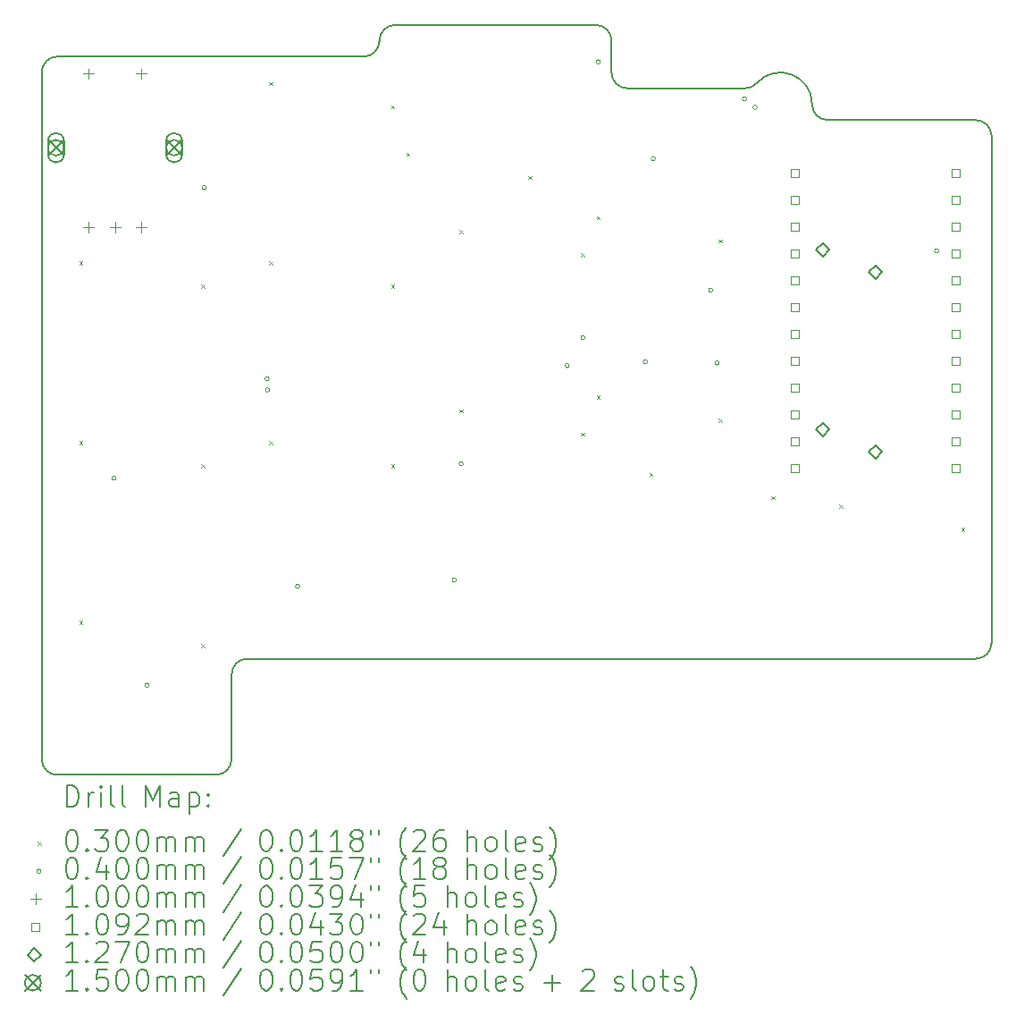
<source format=gbr>
%TF.GenerationSoftware,KiCad,Pcbnew,(7.0.0-0)*%
%TF.CreationDate,2023-02-20T17:01:43+08:00*%
%TF.ProjectId,left,6c656674-2e6b-4696-9361-645f70636258,v1.0.0*%
%TF.SameCoordinates,Original*%
%TF.FileFunction,Drillmap*%
%TF.FilePolarity,Positive*%
%FSLAX45Y45*%
G04 Gerber Fmt 4.5, Leading zero omitted, Abs format (unit mm)*
G04 Created by KiCad (PCBNEW (7.0.0-0)) date 2023-02-20 17:01:43*
%MOMM*%
%LPD*%
G01*
G04 APERTURE LIST*
%ADD10C,0.150000*%
%ADD11C,0.200000*%
%ADD12C,0.030000*%
%ADD13C,0.040000*%
%ADD14C,0.100000*%
%ADD15C,0.109220*%
%ADD16C,0.127000*%
G04 APERTURE END LIST*
D10*
X-551000Y-850000D02*
X951000Y-850000D01*
X1100000Y-701000D02*
X1100000Y101000D01*
X-551000Y5950000D02*
X2351000Y5950000D01*
X4700000Y5799000D02*
X4700000Y6101000D01*
X4551000Y6250000D02*
X2649000Y6250000D01*
X2500000Y6101000D02*
X2500000Y6099000D01*
X5965037Y5650000D02*
X4849000Y5650000D01*
X1249000Y250000D02*
X8151000Y250000D01*
X8300000Y399000D02*
X8300000Y5201000D01*
X8151000Y5350000D02*
X6748999Y5350000D01*
X6599999Y5499332D02*
G75*
G03*
X6076194Y5699777I-299999J668D01*
G01*
X-700000Y-701000D02*
X-700000Y5801000D01*
X951000Y-850000D02*
G75*
G03*
X1100000Y-701000I0J149000D01*
G01*
X1249000Y250000D02*
G75*
G03*
X1100000Y101000I0J-149000D01*
G01*
X8151000Y250000D02*
G75*
G03*
X8300000Y399000I0J149000D01*
G01*
X8300000Y5201000D02*
G75*
G03*
X8151000Y5350000I-149000J0D01*
G01*
X6599999Y5499332D02*
G75*
G03*
X6748999Y5350000I149000J-332D01*
G01*
X5965037Y5650000D02*
G75*
G03*
X6076194Y5699777I0J149000D01*
G01*
X4700000Y5799000D02*
G75*
G03*
X4849000Y5650000I149000J0D01*
G01*
X4700000Y6101000D02*
G75*
G03*
X4551000Y6250000I-149000J0D01*
G01*
X2649000Y6250000D02*
G75*
G03*
X2500000Y6101000I0J-149000D01*
G01*
X2351000Y5950000D02*
G75*
G03*
X2500000Y6099000I0J149000D01*
G01*
X-551000Y5950000D02*
G75*
G03*
X-700000Y5801000I0J-149000D01*
G01*
X-700000Y-701000D02*
G75*
G03*
X-551000Y-850000I149000J0D01*
G01*
D11*
D12*
X-342500Y4010000D02*
X-312500Y3980000D01*
X-312500Y4010000D02*
X-342500Y3980000D01*
X-342500Y2310000D02*
X-312500Y2280000D01*
X-312500Y2310000D02*
X-342500Y2280000D01*
X-342500Y610000D02*
X-312500Y580000D01*
X-312500Y610000D02*
X-342500Y580000D01*
X812500Y3790000D02*
X842500Y3760000D01*
X842500Y3790000D02*
X812500Y3760000D01*
X812500Y2090000D02*
X842500Y2060000D01*
X842500Y2090000D02*
X812500Y2060000D01*
X812500Y390000D02*
X842500Y360000D01*
X842500Y390000D02*
X812500Y360000D01*
X1457500Y5710000D02*
X1487500Y5680000D01*
X1487500Y5710000D02*
X1457500Y5680000D01*
X1457500Y4010000D02*
X1487500Y3980000D01*
X1487500Y4010000D02*
X1457500Y3980000D01*
X1457500Y2310000D02*
X1487500Y2280000D01*
X1487500Y2310000D02*
X1457500Y2280000D01*
X2612500Y5490000D02*
X2642500Y5460000D01*
X2642500Y5490000D02*
X2612500Y5460000D01*
X2612500Y3790000D02*
X2642500Y3760000D01*
X2642500Y3790000D02*
X2612500Y3760000D01*
X2612500Y2090000D02*
X2642500Y2060000D01*
X2642500Y2090000D02*
X2612500Y2060000D01*
X2757500Y5040000D02*
X2787500Y5010000D01*
X2787500Y5040000D02*
X2757500Y5010000D01*
X3257500Y4310000D02*
X3287500Y4280000D01*
X3287500Y4310000D02*
X3257500Y4280000D01*
X3257500Y2610000D02*
X3287500Y2580000D01*
X3287500Y2610000D02*
X3257500Y2580000D01*
X3912500Y4820000D02*
X3942500Y4790000D01*
X3942500Y4820000D02*
X3912500Y4790000D01*
X4412500Y4090000D02*
X4442500Y4060000D01*
X4442500Y4090000D02*
X4412500Y4060000D01*
X4412500Y2390000D02*
X4442500Y2360000D01*
X4442500Y2390000D02*
X4412500Y2360000D01*
X4557500Y4440000D02*
X4587500Y4410000D01*
X4587500Y4440000D02*
X4557500Y4410000D01*
X4557500Y2740000D02*
X4587500Y2710000D01*
X4587500Y2740000D02*
X4557500Y2710000D01*
X5057500Y2010000D02*
X5087500Y1980000D01*
X5087500Y2010000D02*
X5057500Y1980000D01*
X5712500Y4220000D02*
X5742500Y4190000D01*
X5742500Y4220000D02*
X5712500Y4190000D01*
X5712500Y2520000D02*
X5742500Y2490000D01*
X5742500Y2520000D02*
X5712500Y2490000D01*
X6212500Y1790000D02*
X6242500Y1760000D01*
X6242500Y1790000D02*
X6212500Y1760000D01*
X6857500Y1710000D02*
X6887500Y1680000D01*
X6887500Y1710000D02*
X6857500Y1680000D01*
X8012500Y1490000D02*
X8042500Y1460000D01*
X8042500Y1490000D02*
X8012500Y1460000D01*
D13*
X5000Y1960000D02*
G75*
G03*
X5000Y1960000I-20000J0D01*
G01*
X320000Y0D02*
G75*
G03*
X320000Y0I-20000J0D01*
G01*
X860000Y4710000D02*
G75*
G03*
X860000Y4710000I-20000J0D01*
G01*
X1455000Y2900000D02*
G75*
G03*
X1455000Y2900000I-20000J0D01*
G01*
X1460000Y2795000D02*
G75*
G03*
X1460000Y2795000I-20000J0D01*
G01*
X1745000Y935000D02*
G75*
G03*
X1745000Y935000I-20000J0D01*
G01*
X3230000Y995000D02*
G75*
G03*
X3230000Y995000I-20000J0D01*
G01*
X3295000Y2095000D02*
G75*
G03*
X3295000Y2095000I-20000J0D01*
G01*
X4300000Y3025000D02*
G75*
G03*
X4300000Y3025000I-20000J0D01*
G01*
X4450000Y3290000D02*
G75*
G03*
X4450000Y3290000I-20000J0D01*
G01*
X4595000Y5900000D02*
G75*
G03*
X4595000Y5900000I-20000J0D01*
G01*
X5040000Y3060000D02*
G75*
G03*
X5040000Y3060000I-20000J0D01*
G01*
X5115000Y4985000D02*
G75*
G03*
X5115000Y4985000I-20000J0D01*
G01*
X5660000Y3740000D02*
G75*
G03*
X5660000Y3740000I-20000J0D01*
G01*
X5720000Y3050000D02*
G75*
G03*
X5720000Y3050000I-20000J0D01*
G01*
X5980000Y5550000D02*
G75*
G03*
X5980000Y5550000I-20000J0D01*
G01*
X6080000Y5470000D02*
G75*
G03*
X6080000Y5470000I-20000J0D01*
G01*
X7800000Y4110000D02*
G75*
G03*
X7800000Y4110000I-20000J0D01*
G01*
D14*
X-254000Y5838000D02*
X-254000Y5738000D01*
X-304000Y5788000D02*
X-204000Y5788000D01*
X-254000Y4388000D02*
X-254000Y4288000D01*
X-304000Y4338000D02*
X-204000Y4338000D01*
X-4000Y4388000D02*
X-4000Y4288000D01*
X-54000Y4338000D02*
X46000Y4338000D01*
X246000Y5838000D02*
X246000Y5738000D01*
X196000Y5788000D02*
X296000Y5788000D01*
X246000Y4388000D02*
X246000Y4288000D01*
X196000Y4338000D02*
X296000Y4338000D01*
D15*
X6476615Y4808385D02*
X6476615Y4885616D01*
X6399384Y4885616D01*
X6399384Y4808385D01*
X6476615Y4808385D01*
X6476615Y4554385D02*
X6476615Y4631616D01*
X6399384Y4631616D01*
X6399384Y4554385D01*
X6476615Y4554385D01*
X6476615Y4300385D02*
X6476615Y4377616D01*
X6399384Y4377616D01*
X6399384Y4300385D01*
X6476615Y4300385D01*
X6476615Y4046384D02*
X6476615Y4123615D01*
X6399384Y4123615D01*
X6399384Y4046384D01*
X6476615Y4046384D01*
X6476615Y3792384D02*
X6476615Y3869615D01*
X6399384Y3869615D01*
X6399384Y3792384D01*
X6476615Y3792384D01*
X6476615Y3538384D02*
X6476615Y3615615D01*
X6399384Y3615615D01*
X6399384Y3538384D01*
X6476615Y3538384D01*
X6476615Y3284384D02*
X6476615Y3361615D01*
X6399384Y3361615D01*
X6399384Y3284384D01*
X6476615Y3284384D01*
X6476615Y3030384D02*
X6476615Y3107615D01*
X6399384Y3107615D01*
X6399384Y3030384D01*
X6476615Y3030384D01*
X6476615Y2776385D02*
X6476615Y2853615D01*
X6399384Y2853615D01*
X6399384Y2776385D01*
X6476615Y2776385D01*
X6476615Y2522385D02*
X6476615Y2599616D01*
X6399384Y2599616D01*
X6399384Y2522385D01*
X6476615Y2522385D01*
X6476615Y2268385D02*
X6476615Y2345616D01*
X6399384Y2345616D01*
X6399384Y2268385D01*
X6476615Y2268385D01*
X6476615Y2014384D02*
X6476615Y2091615D01*
X6399384Y2091615D01*
X6399384Y2014384D01*
X6476615Y2014384D01*
X8000615Y4808385D02*
X8000615Y4885616D01*
X7923384Y4885616D01*
X7923384Y4808385D01*
X8000615Y4808385D01*
X8000615Y4554385D02*
X8000615Y4631616D01*
X7923384Y4631616D01*
X7923384Y4554385D01*
X8000615Y4554385D01*
X8000615Y4300385D02*
X8000615Y4377616D01*
X7923384Y4377616D01*
X7923384Y4300385D01*
X8000615Y4300385D01*
X8000615Y4046384D02*
X8000615Y4123615D01*
X7923384Y4123615D01*
X7923384Y4046384D01*
X8000615Y4046384D01*
X8000615Y3792384D02*
X8000615Y3869615D01*
X7923384Y3869615D01*
X7923384Y3792384D01*
X8000615Y3792384D01*
X8000615Y3538384D02*
X8000615Y3615615D01*
X7923384Y3615615D01*
X7923384Y3538384D01*
X8000615Y3538384D01*
X8000615Y3284384D02*
X8000615Y3361615D01*
X7923384Y3361615D01*
X7923384Y3284384D01*
X8000615Y3284384D01*
X8000615Y3030384D02*
X8000615Y3107615D01*
X7923384Y3107615D01*
X7923384Y3030384D01*
X8000615Y3030384D01*
X8000615Y2776385D02*
X8000615Y2853615D01*
X7923384Y2853615D01*
X7923384Y2776385D01*
X8000615Y2776385D01*
X8000615Y2522385D02*
X8000615Y2599616D01*
X7923384Y2599616D01*
X7923384Y2522385D01*
X8000615Y2522385D01*
X8000615Y2268385D02*
X8000615Y2345616D01*
X7923384Y2345616D01*
X7923384Y2268385D01*
X8000615Y2268385D01*
X8000615Y2014384D02*
X8000615Y2091615D01*
X7923384Y2091615D01*
X7923384Y2014384D01*
X8000615Y2014384D01*
D16*
X6700000Y4056500D02*
X6763500Y4120000D01*
X6700000Y4183500D01*
X6636500Y4120000D01*
X6700000Y4056500D01*
X6700000Y2356500D02*
X6763500Y2420000D01*
X6700000Y2483500D01*
X6636500Y2420000D01*
X6700000Y2356500D01*
X7200000Y3846500D02*
X7263500Y3910000D01*
X7200000Y3973500D01*
X7136500Y3910000D01*
X7200000Y3846500D01*
X7200000Y2146500D02*
X7263500Y2210000D01*
X7200000Y2273500D01*
X7136500Y2210000D01*
X7200000Y2146500D01*
D10*
X-639000Y5163000D02*
X-489000Y5013000D01*
X-489000Y5163000D02*
X-639000Y5013000D01*
X-489000Y5088000D02*
G75*
G03*
X-489000Y5088000I-75000J0D01*
G01*
D11*
X-489000Y5023000D02*
X-489000Y5153000D01*
X-489000Y5153000D02*
G75*
G03*
X-639000Y5153000I-75000J0D01*
G01*
X-639000Y5153000D02*
X-639000Y5023000D01*
X-639000Y5023000D02*
G75*
G03*
X-489000Y5023000I75000J0D01*
G01*
D10*
X481000Y5163000D02*
X631000Y5013000D01*
X631000Y5163000D02*
X481000Y5013000D01*
X631000Y5088000D02*
G75*
G03*
X631000Y5088000I-75000J0D01*
G01*
D11*
X631000Y5023000D02*
X631000Y5153000D01*
X631000Y5153000D02*
G75*
G03*
X481000Y5153000I-75000J0D01*
G01*
X481000Y5153000D02*
X481000Y5023000D01*
X481000Y5023000D02*
G75*
G03*
X631000Y5023000I75000J0D01*
G01*
X-459881Y-1150976D02*
X-459881Y-950976D01*
X-459881Y-950976D02*
X-412262Y-950976D01*
X-412262Y-950976D02*
X-383690Y-960500D01*
X-383690Y-960500D02*
X-364643Y-979548D01*
X-364643Y-979548D02*
X-355119Y-998595D01*
X-355119Y-998595D02*
X-345595Y-1036690D01*
X-345595Y-1036690D02*
X-345595Y-1065262D01*
X-345595Y-1065262D02*
X-355119Y-1103357D01*
X-355119Y-1103357D02*
X-364643Y-1122405D01*
X-364643Y-1122405D02*
X-383690Y-1141452D01*
X-383690Y-1141452D02*
X-412262Y-1150976D01*
X-412262Y-1150976D02*
X-459881Y-1150976D01*
X-259881Y-1150976D02*
X-259881Y-1017643D01*
X-259881Y-1055738D02*
X-250357Y-1036690D01*
X-250357Y-1036690D02*
X-240833Y-1027167D01*
X-240833Y-1027167D02*
X-221786Y-1017643D01*
X-221786Y-1017643D02*
X-202738Y-1017643D01*
X-136071Y-1150976D02*
X-136071Y-1017643D01*
X-136071Y-950976D02*
X-145595Y-960500D01*
X-145595Y-960500D02*
X-136071Y-970024D01*
X-136071Y-970024D02*
X-126548Y-960500D01*
X-126548Y-960500D02*
X-136071Y-950976D01*
X-136071Y-950976D02*
X-136071Y-970024D01*
X-12262Y-1150976D02*
X-31309Y-1141452D01*
X-31309Y-1141452D02*
X-40833Y-1122405D01*
X-40833Y-1122405D02*
X-40833Y-950976D01*
X92500Y-1150976D02*
X73452Y-1141452D01*
X73452Y-1141452D02*
X63928Y-1122405D01*
X63928Y-1122405D02*
X63928Y-950976D01*
X288690Y-1150976D02*
X288690Y-950976D01*
X288690Y-950976D02*
X355357Y-1093833D01*
X355357Y-1093833D02*
X422024Y-950976D01*
X422024Y-950976D02*
X422024Y-1150976D01*
X602976Y-1150976D02*
X602976Y-1046214D01*
X602976Y-1046214D02*
X593452Y-1027167D01*
X593452Y-1027167D02*
X574405Y-1017643D01*
X574405Y-1017643D02*
X536309Y-1017643D01*
X536309Y-1017643D02*
X517262Y-1027167D01*
X602976Y-1141452D02*
X583929Y-1150976D01*
X583929Y-1150976D02*
X536309Y-1150976D01*
X536309Y-1150976D02*
X517262Y-1141452D01*
X517262Y-1141452D02*
X507738Y-1122405D01*
X507738Y-1122405D02*
X507738Y-1103357D01*
X507738Y-1103357D02*
X517262Y-1084310D01*
X517262Y-1084310D02*
X536309Y-1074786D01*
X536309Y-1074786D02*
X583929Y-1074786D01*
X583929Y-1074786D02*
X602976Y-1065262D01*
X698214Y-1017643D02*
X698214Y-1217643D01*
X698214Y-1027167D02*
X717262Y-1017643D01*
X717262Y-1017643D02*
X755357Y-1017643D01*
X755357Y-1017643D02*
X774405Y-1027167D01*
X774405Y-1027167D02*
X783928Y-1036690D01*
X783928Y-1036690D02*
X793452Y-1055738D01*
X793452Y-1055738D02*
X793452Y-1112881D01*
X793452Y-1112881D02*
X783928Y-1131929D01*
X783928Y-1131929D02*
X774405Y-1141452D01*
X774405Y-1141452D02*
X755357Y-1150976D01*
X755357Y-1150976D02*
X717262Y-1150976D01*
X717262Y-1150976D02*
X698214Y-1141452D01*
X879167Y-1131929D02*
X888690Y-1141452D01*
X888690Y-1141452D02*
X879167Y-1150976D01*
X879167Y-1150976D02*
X869643Y-1141452D01*
X869643Y-1141452D02*
X879167Y-1131929D01*
X879167Y-1131929D02*
X879167Y-1150976D01*
X879167Y-1027167D02*
X888690Y-1036690D01*
X888690Y-1036690D02*
X879167Y-1046214D01*
X879167Y-1046214D02*
X869643Y-1036690D01*
X869643Y-1036690D02*
X879167Y-1027167D01*
X879167Y-1027167D02*
X879167Y-1046214D01*
D12*
X-737500Y-1482500D02*
X-707500Y-1512500D01*
X-707500Y-1482500D02*
X-737500Y-1512500D01*
D11*
X-421786Y-1370976D02*
X-402738Y-1370976D01*
X-402738Y-1370976D02*
X-383690Y-1380500D01*
X-383690Y-1380500D02*
X-374167Y-1390024D01*
X-374167Y-1390024D02*
X-364643Y-1409071D01*
X-364643Y-1409071D02*
X-355119Y-1447167D01*
X-355119Y-1447167D02*
X-355119Y-1494786D01*
X-355119Y-1494786D02*
X-364643Y-1532881D01*
X-364643Y-1532881D02*
X-374167Y-1551928D01*
X-374167Y-1551928D02*
X-383690Y-1561452D01*
X-383690Y-1561452D02*
X-402738Y-1570976D01*
X-402738Y-1570976D02*
X-421786Y-1570976D01*
X-421786Y-1570976D02*
X-440833Y-1561452D01*
X-440833Y-1561452D02*
X-450357Y-1551928D01*
X-450357Y-1551928D02*
X-459881Y-1532881D01*
X-459881Y-1532881D02*
X-469405Y-1494786D01*
X-469405Y-1494786D02*
X-469405Y-1447167D01*
X-469405Y-1447167D02*
X-459881Y-1409071D01*
X-459881Y-1409071D02*
X-450357Y-1390024D01*
X-450357Y-1390024D02*
X-440833Y-1380500D01*
X-440833Y-1380500D02*
X-421786Y-1370976D01*
X-269405Y-1551928D02*
X-259881Y-1561452D01*
X-259881Y-1561452D02*
X-269405Y-1570976D01*
X-269405Y-1570976D02*
X-278929Y-1561452D01*
X-278929Y-1561452D02*
X-269405Y-1551928D01*
X-269405Y-1551928D02*
X-269405Y-1570976D01*
X-193214Y-1370976D02*
X-69405Y-1370976D01*
X-69405Y-1370976D02*
X-136071Y-1447167D01*
X-136071Y-1447167D02*
X-107500Y-1447167D01*
X-107500Y-1447167D02*
X-88452Y-1456690D01*
X-88452Y-1456690D02*
X-78929Y-1466214D01*
X-78929Y-1466214D02*
X-69405Y-1485262D01*
X-69405Y-1485262D02*
X-69405Y-1532881D01*
X-69405Y-1532881D02*
X-78929Y-1551928D01*
X-78929Y-1551928D02*
X-88452Y-1561452D01*
X-88452Y-1561452D02*
X-107500Y-1570976D01*
X-107500Y-1570976D02*
X-164643Y-1570976D01*
X-164643Y-1570976D02*
X-183690Y-1561452D01*
X-183690Y-1561452D02*
X-193214Y-1551928D01*
X54405Y-1370976D02*
X73452Y-1370976D01*
X73452Y-1370976D02*
X92500Y-1380500D01*
X92500Y-1380500D02*
X102024Y-1390024D01*
X102024Y-1390024D02*
X111548Y-1409071D01*
X111548Y-1409071D02*
X121071Y-1447167D01*
X121071Y-1447167D02*
X121071Y-1494786D01*
X121071Y-1494786D02*
X111548Y-1532881D01*
X111548Y-1532881D02*
X102024Y-1551928D01*
X102024Y-1551928D02*
X92500Y-1561452D01*
X92500Y-1561452D02*
X73452Y-1570976D01*
X73452Y-1570976D02*
X54405Y-1570976D01*
X54405Y-1570976D02*
X35357Y-1561452D01*
X35357Y-1561452D02*
X25833Y-1551928D01*
X25833Y-1551928D02*
X16309Y-1532881D01*
X16309Y-1532881D02*
X6786Y-1494786D01*
X6786Y-1494786D02*
X6786Y-1447167D01*
X6786Y-1447167D02*
X16309Y-1409071D01*
X16309Y-1409071D02*
X25833Y-1390024D01*
X25833Y-1390024D02*
X35357Y-1380500D01*
X35357Y-1380500D02*
X54405Y-1370976D01*
X244881Y-1370976D02*
X263929Y-1370976D01*
X263929Y-1370976D02*
X282976Y-1380500D01*
X282976Y-1380500D02*
X292500Y-1390024D01*
X292500Y-1390024D02*
X302024Y-1409071D01*
X302024Y-1409071D02*
X311548Y-1447167D01*
X311548Y-1447167D02*
X311548Y-1494786D01*
X311548Y-1494786D02*
X302024Y-1532881D01*
X302024Y-1532881D02*
X292500Y-1551928D01*
X292500Y-1551928D02*
X282976Y-1561452D01*
X282976Y-1561452D02*
X263929Y-1570976D01*
X263929Y-1570976D02*
X244881Y-1570976D01*
X244881Y-1570976D02*
X225833Y-1561452D01*
X225833Y-1561452D02*
X216309Y-1551928D01*
X216309Y-1551928D02*
X206786Y-1532881D01*
X206786Y-1532881D02*
X197262Y-1494786D01*
X197262Y-1494786D02*
X197262Y-1447167D01*
X197262Y-1447167D02*
X206786Y-1409071D01*
X206786Y-1409071D02*
X216309Y-1390024D01*
X216309Y-1390024D02*
X225833Y-1380500D01*
X225833Y-1380500D02*
X244881Y-1370976D01*
X397262Y-1570976D02*
X397262Y-1437643D01*
X397262Y-1456690D02*
X406786Y-1447167D01*
X406786Y-1447167D02*
X425833Y-1437643D01*
X425833Y-1437643D02*
X454405Y-1437643D01*
X454405Y-1437643D02*
X473452Y-1447167D01*
X473452Y-1447167D02*
X482976Y-1466214D01*
X482976Y-1466214D02*
X482976Y-1570976D01*
X482976Y-1466214D02*
X492500Y-1447167D01*
X492500Y-1447167D02*
X511548Y-1437643D01*
X511548Y-1437643D02*
X540119Y-1437643D01*
X540119Y-1437643D02*
X559167Y-1447167D01*
X559167Y-1447167D02*
X568691Y-1466214D01*
X568691Y-1466214D02*
X568691Y-1570976D01*
X663929Y-1570976D02*
X663929Y-1437643D01*
X663929Y-1456690D02*
X673452Y-1447167D01*
X673452Y-1447167D02*
X692500Y-1437643D01*
X692500Y-1437643D02*
X721071Y-1437643D01*
X721071Y-1437643D02*
X740119Y-1447167D01*
X740119Y-1447167D02*
X749643Y-1466214D01*
X749643Y-1466214D02*
X749643Y-1570976D01*
X749643Y-1466214D02*
X759167Y-1447167D01*
X759167Y-1447167D02*
X778214Y-1437643D01*
X778214Y-1437643D02*
X806786Y-1437643D01*
X806786Y-1437643D02*
X825833Y-1447167D01*
X825833Y-1447167D02*
X835357Y-1466214D01*
X835357Y-1466214D02*
X835357Y-1570976D01*
X1193452Y-1361452D02*
X1022024Y-1618595D01*
X1418214Y-1370976D02*
X1437262Y-1370976D01*
X1437262Y-1370976D02*
X1456310Y-1380500D01*
X1456310Y-1380500D02*
X1465833Y-1390024D01*
X1465833Y-1390024D02*
X1475357Y-1409071D01*
X1475357Y-1409071D02*
X1484881Y-1447167D01*
X1484881Y-1447167D02*
X1484881Y-1494786D01*
X1484881Y-1494786D02*
X1475357Y-1532881D01*
X1475357Y-1532881D02*
X1465833Y-1551928D01*
X1465833Y-1551928D02*
X1456310Y-1561452D01*
X1456310Y-1561452D02*
X1437262Y-1570976D01*
X1437262Y-1570976D02*
X1418214Y-1570976D01*
X1418214Y-1570976D02*
X1399167Y-1561452D01*
X1399167Y-1561452D02*
X1389643Y-1551928D01*
X1389643Y-1551928D02*
X1380119Y-1532881D01*
X1380119Y-1532881D02*
X1370595Y-1494786D01*
X1370595Y-1494786D02*
X1370595Y-1447167D01*
X1370595Y-1447167D02*
X1380119Y-1409071D01*
X1380119Y-1409071D02*
X1389643Y-1390024D01*
X1389643Y-1390024D02*
X1399167Y-1380500D01*
X1399167Y-1380500D02*
X1418214Y-1370976D01*
X1570595Y-1551928D02*
X1580119Y-1561452D01*
X1580119Y-1561452D02*
X1570595Y-1570976D01*
X1570595Y-1570976D02*
X1561071Y-1561452D01*
X1561071Y-1561452D02*
X1570595Y-1551928D01*
X1570595Y-1551928D02*
X1570595Y-1570976D01*
X1703929Y-1370976D02*
X1722976Y-1370976D01*
X1722976Y-1370976D02*
X1742024Y-1380500D01*
X1742024Y-1380500D02*
X1751548Y-1390024D01*
X1751548Y-1390024D02*
X1761071Y-1409071D01*
X1761071Y-1409071D02*
X1770595Y-1447167D01*
X1770595Y-1447167D02*
X1770595Y-1494786D01*
X1770595Y-1494786D02*
X1761071Y-1532881D01*
X1761071Y-1532881D02*
X1751548Y-1551928D01*
X1751548Y-1551928D02*
X1742024Y-1561452D01*
X1742024Y-1561452D02*
X1722976Y-1570976D01*
X1722976Y-1570976D02*
X1703929Y-1570976D01*
X1703929Y-1570976D02*
X1684881Y-1561452D01*
X1684881Y-1561452D02*
X1675357Y-1551928D01*
X1675357Y-1551928D02*
X1665833Y-1532881D01*
X1665833Y-1532881D02*
X1656310Y-1494786D01*
X1656310Y-1494786D02*
X1656310Y-1447167D01*
X1656310Y-1447167D02*
X1665833Y-1409071D01*
X1665833Y-1409071D02*
X1675357Y-1390024D01*
X1675357Y-1390024D02*
X1684881Y-1380500D01*
X1684881Y-1380500D02*
X1703929Y-1370976D01*
X1961071Y-1570976D02*
X1846786Y-1570976D01*
X1903929Y-1570976D02*
X1903929Y-1370976D01*
X1903929Y-1370976D02*
X1884881Y-1399548D01*
X1884881Y-1399548D02*
X1865833Y-1418595D01*
X1865833Y-1418595D02*
X1846786Y-1428119D01*
X2151548Y-1570976D02*
X2037262Y-1570976D01*
X2094405Y-1570976D02*
X2094405Y-1370976D01*
X2094405Y-1370976D02*
X2075357Y-1399548D01*
X2075357Y-1399548D02*
X2056310Y-1418595D01*
X2056310Y-1418595D02*
X2037262Y-1428119D01*
X2265833Y-1456690D02*
X2246786Y-1447167D01*
X2246786Y-1447167D02*
X2237262Y-1437643D01*
X2237262Y-1437643D02*
X2227738Y-1418595D01*
X2227738Y-1418595D02*
X2227738Y-1409071D01*
X2227738Y-1409071D02*
X2237262Y-1390024D01*
X2237262Y-1390024D02*
X2246786Y-1380500D01*
X2246786Y-1380500D02*
X2265833Y-1370976D01*
X2265833Y-1370976D02*
X2303929Y-1370976D01*
X2303929Y-1370976D02*
X2322976Y-1380500D01*
X2322976Y-1380500D02*
X2332500Y-1390024D01*
X2332500Y-1390024D02*
X2342024Y-1409071D01*
X2342024Y-1409071D02*
X2342024Y-1418595D01*
X2342024Y-1418595D02*
X2332500Y-1437643D01*
X2332500Y-1437643D02*
X2322976Y-1447167D01*
X2322976Y-1447167D02*
X2303929Y-1456690D01*
X2303929Y-1456690D02*
X2265833Y-1456690D01*
X2265833Y-1456690D02*
X2246786Y-1466214D01*
X2246786Y-1466214D02*
X2237262Y-1475738D01*
X2237262Y-1475738D02*
X2227738Y-1494786D01*
X2227738Y-1494786D02*
X2227738Y-1532881D01*
X2227738Y-1532881D02*
X2237262Y-1551928D01*
X2237262Y-1551928D02*
X2246786Y-1561452D01*
X2246786Y-1561452D02*
X2265833Y-1570976D01*
X2265833Y-1570976D02*
X2303929Y-1570976D01*
X2303929Y-1570976D02*
X2322976Y-1561452D01*
X2322976Y-1561452D02*
X2332500Y-1551928D01*
X2332500Y-1551928D02*
X2342024Y-1532881D01*
X2342024Y-1532881D02*
X2342024Y-1494786D01*
X2342024Y-1494786D02*
X2332500Y-1475738D01*
X2332500Y-1475738D02*
X2322976Y-1466214D01*
X2322976Y-1466214D02*
X2303929Y-1456690D01*
X2418214Y-1370976D02*
X2418214Y-1409071D01*
X2494405Y-1370976D02*
X2494405Y-1409071D01*
X2757262Y-1647167D02*
X2747738Y-1637643D01*
X2747738Y-1637643D02*
X2728691Y-1609071D01*
X2728691Y-1609071D02*
X2719167Y-1590024D01*
X2719167Y-1590024D02*
X2709643Y-1561452D01*
X2709643Y-1561452D02*
X2700119Y-1513833D01*
X2700119Y-1513833D02*
X2700119Y-1475738D01*
X2700119Y-1475738D02*
X2709643Y-1428119D01*
X2709643Y-1428119D02*
X2719167Y-1399548D01*
X2719167Y-1399548D02*
X2728691Y-1380500D01*
X2728691Y-1380500D02*
X2747738Y-1351929D01*
X2747738Y-1351929D02*
X2757262Y-1342405D01*
X2823929Y-1390024D02*
X2833452Y-1380500D01*
X2833452Y-1380500D02*
X2852500Y-1370976D01*
X2852500Y-1370976D02*
X2900119Y-1370976D01*
X2900119Y-1370976D02*
X2919167Y-1380500D01*
X2919167Y-1380500D02*
X2928691Y-1390024D01*
X2928691Y-1390024D02*
X2938214Y-1409071D01*
X2938214Y-1409071D02*
X2938214Y-1428119D01*
X2938214Y-1428119D02*
X2928691Y-1456690D01*
X2928691Y-1456690D02*
X2814405Y-1570976D01*
X2814405Y-1570976D02*
X2938214Y-1570976D01*
X3109643Y-1370976D02*
X3071548Y-1370976D01*
X3071548Y-1370976D02*
X3052500Y-1380500D01*
X3052500Y-1380500D02*
X3042976Y-1390024D01*
X3042976Y-1390024D02*
X3023929Y-1418595D01*
X3023929Y-1418595D02*
X3014405Y-1456690D01*
X3014405Y-1456690D02*
X3014405Y-1532881D01*
X3014405Y-1532881D02*
X3023929Y-1551928D01*
X3023929Y-1551928D02*
X3033452Y-1561452D01*
X3033452Y-1561452D02*
X3052500Y-1570976D01*
X3052500Y-1570976D02*
X3090595Y-1570976D01*
X3090595Y-1570976D02*
X3109643Y-1561452D01*
X3109643Y-1561452D02*
X3119167Y-1551928D01*
X3119167Y-1551928D02*
X3128691Y-1532881D01*
X3128691Y-1532881D02*
X3128691Y-1485262D01*
X3128691Y-1485262D02*
X3119167Y-1466214D01*
X3119167Y-1466214D02*
X3109643Y-1456690D01*
X3109643Y-1456690D02*
X3090595Y-1447167D01*
X3090595Y-1447167D02*
X3052500Y-1447167D01*
X3052500Y-1447167D02*
X3033452Y-1456690D01*
X3033452Y-1456690D02*
X3023929Y-1466214D01*
X3023929Y-1466214D02*
X3014405Y-1485262D01*
X3334405Y-1570976D02*
X3334405Y-1370976D01*
X3420119Y-1570976D02*
X3420119Y-1466214D01*
X3420119Y-1466214D02*
X3410595Y-1447167D01*
X3410595Y-1447167D02*
X3391548Y-1437643D01*
X3391548Y-1437643D02*
X3362976Y-1437643D01*
X3362976Y-1437643D02*
X3343929Y-1447167D01*
X3343929Y-1447167D02*
X3334405Y-1456690D01*
X3543929Y-1570976D02*
X3524881Y-1561452D01*
X3524881Y-1561452D02*
X3515357Y-1551928D01*
X3515357Y-1551928D02*
X3505833Y-1532881D01*
X3505833Y-1532881D02*
X3505833Y-1475738D01*
X3505833Y-1475738D02*
X3515357Y-1456690D01*
X3515357Y-1456690D02*
X3524881Y-1447167D01*
X3524881Y-1447167D02*
X3543929Y-1437643D01*
X3543929Y-1437643D02*
X3572500Y-1437643D01*
X3572500Y-1437643D02*
X3591548Y-1447167D01*
X3591548Y-1447167D02*
X3601072Y-1456690D01*
X3601072Y-1456690D02*
X3610595Y-1475738D01*
X3610595Y-1475738D02*
X3610595Y-1532881D01*
X3610595Y-1532881D02*
X3601072Y-1551928D01*
X3601072Y-1551928D02*
X3591548Y-1561452D01*
X3591548Y-1561452D02*
X3572500Y-1570976D01*
X3572500Y-1570976D02*
X3543929Y-1570976D01*
X3724881Y-1570976D02*
X3705833Y-1561452D01*
X3705833Y-1561452D02*
X3696310Y-1542405D01*
X3696310Y-1542405D02*
X3696310Y-1370976D01*
X3877262Y-1561452D02*
X3858214Y-1570976D01*
X3858214Y-1570976D02*
X3820119Y-1570976D01*
X3820119Y-1570976D02*
X3801072Y-1561452D01*
X3801072Y-1561452D02*
X3791548Y-1542405D01*
X3791548Y-1542405D02*
X3791548Y-1466214D01*
X3791548Y-1466214D02*
X3801072Y-1447167D01*
X3801072Y-1447167D02*
X3820119Y-1437643D01*
X3820119Y-1437643D02*
X3858214Y-1437643D01*
X3858214Y-1437643D02*
X3877262Y-1447167D01*
X3877262Y-1447167D02*
X3886786Y-1466214D01*
X3886786Y-1466214D02*
X3886786Y-1485262D01*
X3886786Y-1485262D02*
X3791548Y-1504309D01*
X3962976Y-1561452D02*
X3982024Y-1570976D01*
X3982024Y-1570976D02*
X4020119Y-1570976D01*
X4020119Y-1570976D02*
X4039167Y-1561452D01*
X4039167Y-1561452D02*
X4048691Y-1542405D01*
X4048691Y-1542405D02*
X4048691Y-1532881D01*
X4048691Y-1532881D02*
X4039167Y-1513833D01*
X4039167Y-1513833D02*
X4020119Y-1504309D01*
X4020119Y-1504309D02*
X3991548Y-1504309D01*
X3991548Y-1504309D02*
X3972500Y-1494786D01*
X3972500Y-1494786D02*
X3962976Y-1475738D01*
X3962976Y-1475738D02*
X3962976Y-1466214D01*
X3962976Y-1466214D02*
X3972500Y-1447167D01*
X3972500Y-1447167D02*
X3991548Y-1437643D01*
X3991548Y-1437643D02*
X4020119Y-1437643D01*
X4020119Y-1437643D02*
X4039167Y-1447167D01*
X4115357Y-1647167D02*
X4124881Y-1637643D01*
X4124881Y-1637643D02*
X4143929Y-1609071D01*
X4143929Y-1609071D02*
X4153453Y-1590024D01*
X4153453Y-1590024D02*
X4162976Y-1561452D01*
X4162976Y-1561452D02*
X4172500Y-1513833D01*
X4172500Y-1513833D02*
X4172500Y-1475738D01*
X4172500Y-1475738D02*
X4162976Y-1428119D01*
X4162976Y-1428119D02*
X4153453Y-1399548D01*
X4153453Y-1399548D02*
X4143929Y-1380500D01*
X4143929Y-1380500D02*
X4124881Y-1351929D01*
X4124881Y-1351929D02*
X4115357Y-1342405D01*
D13*
X-707500Y-1761500D02*
G75*
G03*
X-707500Y-1761500I-20000J0D01*
G01*
D11*
X-421786Y-1634976D02*
X-402738Y-1634976D01*
X-402738Y-1634976D02*
X-383690Y-1644500D01*
X-383690Y-1644500D02*
X-374167Y-1654024D01*
X-374167Y-1654024D02*
X-364643Y-1673071D01*
X-364643Y-1673071D02*
X-355119Y-1711167D01*
X-355119Y-1711167D02*
X-355119Y-1758786D01*
X-355119Y-1758786D02*
X-364643Y-1796881D01*
X-364643Y-1796881D02*
X-374167Y-1815928D01*
X-374167Y-1815928D02*
X-383690Y-1825452D01*
X-383690Y-1825452D02*
X-402738Y-1834976D01*
X-402738Y-1834976D02*
X-421786Y-1834976D01*
X-421786Y-1834976D02*
X-440833Y-1825452D01*
X-440833Y-1825452D02*
X-450357Y-1815928D01*
X-450357Y-1815928D02*
X-459881Y-1796881D01*
X-459881Y-1796881D02*
X-469405Y-1758786D01*
X-469405Y-1758786D02*
X-469405Y-1711167D01*
X-469405Y-1711167D02*
X-459881Y-1673071D01*
X-459881Y-1673071D02*
X-450357Y-1654024D01*
X-450357Y-1654024D02*
X-440833Y-1644500D01*
X-440833Y-1644500D02*
X-421786Y-1634976D01*
X-269405Y-1815928D02*
X-259881Y-1825452D01*
X-259881Y-1825452D02*
X-269405Y-1834976D01*
X-269405Y-1834976D02*
X-278929Y-1825452D01*
X-278929Y-1825452D02*
X-269405Y-1815928D01*
X-269405Y-1815928D02*
X-269405Y-1834976D01*
X-88452Y-1701643D02*
X-88452Y-1834976D01*
X-136071Y-1625452D02*
X-183690Y-1768309D01*
X-183690Y-1768309D02*
X-59881Y-1768309D01*
X54405Y-1634976D02*
X73452Y-1634976D01*
X73452Y-1634976D02*
X92500Y-1644500D01*
X92500Y-1644500D02*
X102024Y-1654024D01*
X102024Y-1654024D02*
X111548Y-1673071D01*
X111548Y-1673071D02*
X121071Y-1711167D01*
X121071Y-1711167D02*
X121071Y-1758786D01*
X121071Y-1758786D02*
X111548Y-1796881D01*
X111548Y-1796881D02*
X102024Y-1815928D01*
X102024Y-1815928D02*
X92500Y-1825452D01*
X92500Y-1825452D02*
X73452Y-1834976D01*
X73452Y-1834976D02*
X54405Y-1834976D01*
X54405Y-1834976D02*
X35357Y-1825452D01*
X35357Y-1825452D02*
X25833Y-1815928D01*
X25833Y-1815928D02*
X16309Y-1796881D01*
X16309Y-1796881D02*
X6786Y-1758786D01*
X6786Y-1758786D02*
X6786Y-1711167D01*
X6786Y-1711167D02*
X16309Y-1673071D01*
X16309Y-1673071D02*
X25833Y-1654024D01*
X25833Y-1654024D02*
X35357Y-1644500D01*
X35357Y-1644500D02*
X54405Y-1634976D01*
X244881Y-1634976D02*
X263929Y-1634976D01*
X263929Y-1634976D02*
X282976Y-1644500D01*
X282976Y-1644500D02*
X292500Y-1654024D01*
X292500Y-1654024D02*
X302024Y-1673071D01*
X302024Y-1673071D02*
X311548Y-1711167D01*
X311548Y-1711167D02*
X311548Y-1758786D01*
X311548Y-1758786D02*
X302024Y-1796881D01*
X302024Y-1796881D02*
X292500Y-1815928D01*
X292500Y-1815928D02*
X282976Y-1825452D01*
X282976Y-1825452D02*
X263929Y-1834976D01*
X263929Y-1834976D02*
X244881Y-1834976D01*
X244881Y-1834976D02*
X225833Y-1825452D01*
X225833Y-1825452D02*
X216309Y-1815928D01*
X216309Y-1815928D02*
X206786Y-1796881D01*
X206786Y-1796881D02*
X197262Y-1758786D01*
X197262Y-1758786D02*
X197262Y-1711167D01*
X197262Y-1711167D02*
X206786Y-1673071D01*
X206786Y-1673071D02*
X216309Y-1654024D01*
X216309Y-1654024D02*
X225833Y-1644500D01*
X225833Y-1644500D02*
X244881Y-1634976D01*
X397262Y-1834976D02*
X397262Y-1701643D01*
X397262Y-1720690D02*
X406786Y-1711167D01*
X406786Y-1711167D02*
X425833Y-1701643D01*
X425833Y-1701643D02*
X454405Y-1701643D01*
X454405Y-1701643D02*
X473452Y-1711167D01*
X473452Y-1711167D02*
X482976Y-1730214D01*
X482976Y-1730214D02*
X482976Y-1834976D01*
X482976Y-1730214D02*
X492500Y-1711167D01*
X492500Y-1711167D02*
X511548Y-1701643D01*
X511548Y-1701643D02*
X540119Y-1701643D01*
X540119Y-1701643D02*
X559167Y-1711167D01*
X559167Y-1711167D02*
X568691Y-1730214D01*
X568691Y-1730214D02*
X568691Y-1834976D01*
X663929Y-1834976D02*
X663929Y-1701643D01*
X663929Y-1720690D02*
X673452Y-1711167D01*
X673452Y-1711167D02*
X692500Y-1701643D01*
X692500Y-1701643D02*
X721071Y-1701643D01*
X721071Y-1701643D02*
X740119Y-1711167D01*
X740119Y-1711167D02*
X749643Y-1730214D01*
X749643Y-1730214D02*
X749643Y-1834976D01*
X749643Y-1730214D02*
X759167Y-1711167D01*
X759167Y-1711167D02*
X778214Y-1701643D01*
X778214Y-1701643D02*
X806786Y-1701643D01*
X806786Y-1701643D02*
X825833Y-1711167D01*
X825833Y-1711167D02*
X835357Y-1730214D01*
X835357Y-1730214D02*
X835357Y-1834976D01*
X1193452Y-1625452D02*
X1022024Y-1882595D01*
X1418214Y-1634976D02*
X1437262Y-1634976D01*
X1437262Y-1634976D02*
X1456310Y-1644500D01*
X1456310Y-1644500D02*
X1465833Y-1654024D01*
X1465833Y-1654024D02*
X1475357Y-1673071D01*
X1475357Y-1673071D02*
X1484881Y-1711167D01*
X1484881Y-1711167D02*
X1484881Y-1758786D01*
X1484881Y-1758786D02*
X1475357Y-1796881D01*
X1475357Y-1796881D02*
X1465833Y-1815928D01*
X1465833Y-1815928D02*
X1456310Y-1825452D01*
X1456310Y-1825452D02*
X1437262Y-1834976D01*
X1437262Y-1834976D02*
X1418214Y-1834976D01*
X1418214Y-1834976D02*
X1399167Y-1825452D01*
X1399167Y-1825452D02*
X1389643Y-1815928D01*
X1389643Y-1815928D02*
X1380119Y-1796881D01*
X1380119Y-1796881D02*
X1370595Y-1758786D01*
X1370595Y-1758786D02*
X1370595Y-1711167D01*
X1370595Y-1711167D02*
X1380119Y-1673071D01*
X1380119Y-1673071D02*
X1389643Y-1654024D01*
X1389643Y-1654024D02*
X1399167Y-1644500D01*
X1399167Y-1644500D02*
X1418214Y-1634976D01*
X1570595Y-1815928D02*
X1580119Y-1825452D01*
X1580119Y-1825452D02*
X1570595Y-1834976D01*
X1570595Y-1834976D02*
X1561071Y-1825452D01*
X1561071Y-1825452D02*
X1570595Y-1815928D01*
X1570595Y-1815928D02*
X1570595Y-1834976D01*
X1703929Y-1634976D02*
X1722976Y-1634976D01*
X1722976Y-1634976D02*
X1742024Y-1644500D01*
X1742024Y-1644500D02*
X1751548Y-1654024D01*
X1751548Y-1654024D02*
X1761071Y-1673071D01*
X1761071Y-1673071D02*
X1770595Y-1711167D01*
X1770595Y-1711167D02*
X1770595Y-1758786D01*
X1770595Y-1758786D02*
X1761071Y-1796881D01*
X1761071Y-1796881D02*
X1751548Y-1815928D01*
X1751548Y-1815928D02*
X1742024Y-1825452D01*
X1742024Y-1825452D02*
X1722976Y-1834976D01*
X1722976Y-1834976D02*
X1703929Y-1834976D01*
X1703929Y-1834976D02*
X1684881Y-1825452D01*
X1684881Y-1825452D02*
X1675357Y-1815928D01*
X1675357Y-1815928D02*
X1665833Y-1796881D01*
X1665833Y-1796881D02*
X1656310Y-1758786D01*
X1656310Y-1758786D02*
X1656310Y-1711167D01*
X1656310Y-1711167D02*
X1665833Y-1673071D01*
X1665833Y-1673071D02*
X1675357Y-1654024D01*
X1675357Y-1654024D02*
X1684881Y-1644500D01*
X1684881Y-1644500D02*
X1703929Y-1634976D01*
X1961071Y-1834976D02*
X1846786Y-1834976D01*
X1903929Y-1834976D02*
X1903929Y-1634976D01*
X1903929Y-1634976D02*
X1884881Y-1663548D01*
X1884881Y-1663548D02*
X1865833Y-1682595D01*
X1865833Y-1682595D02*
X1846786Y-1692119D01*
X2142024Y-1634976D02*
X2046786Y-1634976D01*
X2046786Y-1634976D02*
X2037262Y-1730214D01*
X2037262Y-1730214D02*
X2046786Y-1720690D01*
X2046786Y-1720690D02*
X2065833Y-1711167D01*
X2065833Y-1711167D02*
X2113453Y-1711167D01*
X2113453Y-1711167D02*
X2132500Y-1720690D01*
X2132500Y-1720690D02*
X2142024Y-1730214D01*
X2142024Y-1730214D02*
X2151548Y-1749262D01*
X2151548Y-1749262D02*
X2151548Y-1796881D01*
X2151548Y-1796881D02*
X2142024Y-1815928D01*
X2142024Y-1815928D02*
X2132500Y-1825452D01*
X2132500Y-1825452D02*
X2113453Y-1834976D01*
X2113453Y-1834976D02*
X2065833Y-1834976D01*
X2065833Y-1834976D02*
X2046786Y-1825452D01*
X2046786Y-1825452D02*
X2037262Y-1815928D01*
X2218214Y-1634976D02*
X2351548Y-1634976D01*
X2351548Y-1634976D02*
X2265833Y-1834976D01*
X2418214Y-1634976D02*
X2418214Y-1673071D01*
X2494405Y-1634976D02*
X2494405Y-1673071D01*
X2757262Y-1911167D02*
X2747738Y-1901643D01*
X2747738Y-1901643D02*
X2728691Y-1873071D01*
X2728691Y-1873071D02*
X2719167Y-1854024D01*
X2719167Y-1854024D02*
X2709643Y-1825452D01*
X2709643Y-1825452D02*
X2700119Y-1777833D01*
X2700119Y-1777833D02*
X2700119Y-1739738D01*
X2700119Y-1739738D02*
X2709643Y-1692119D01*
X2709643Y-1692119D02*
X2719167Y-1663548D01*
X2719167Y-1663548D02*
X2728691Y-1644500D01*
X2728691Y-1644500D02*
X2747738Y-1615928D01*
X2747738Y-1615928D02*
X2757262Y-1606405D01*
X2938214Y-1834976D02*
X2823929Y-1834976D01*
X2881071Y-1834976D02*
X2881071Y-1634976D01*
X2881071Y-1634976D02*
X2862024Y-1663548D01*
X2862024Y-1663548D02*
X2842976Y-1682595D01*
X2842976Y-1682595D02*
X2823929Y-1692119D01*
X3052500Y-1720690D02*
X3033452Y-1711167D01*
X3033452Y-1711167D02*
X3023929Y-1701643D01*
X3023929Y-1701643D02*
X3014405Y-1682595D01*
X3014405Y-1682595D02*
X3014405Y-1673071D01*
X3014405Y-1673071D02*
X3023929Y-1654024D01*
X3023929Y-1654024D02*
X3033452Y-1644500D01*
X3033452Y-1644500D02*
X3052500Y-1634976D01*
X3052500Y-1634976D02*
X3090595Y-1634976D01*
X3090595Y-1634976D02*
X3109643Y-1644500D01*
X3109643Y-1644500D02*
X3119167Y-1654024D01*
X3119167Y-1654024D02*
X3128691Y-1673071D01*
X3128691Y-1673071D02*
X3128691Y-1682595D01*
X3128691Y-1682595D02*
X3119167Y-1701643D01*
X3119167Y-1701643D02*
X3109643Y-1711167D01*
X3109643Y-1711167D02*
X3090595Y-1720690D01*
X3090595Y-1720690D02*
X3052500Y-1720690D01*
X3052500Y-1720690D02*
X3033452Y-1730214D01*
X3033452Y-1730214D02*
X3023929Y-1739738D01*
X3023929Y-1739738D02*
X3014405Y-1758786D01*
X3014405Y-1758786D02*
X3014405Y-1796881D01*
X3014405Y-1796881D02*
X3023929Y-1815928D01*
X3023929Y-1815928D02*
X3033452Y-1825452D01*
X3033452Y-1825452D02*
X3052500Y-1834976D01*
X3052500Y-1834976D02*
X3090595Y-1834976D01*
X3090595Y-1834976D02*
X3109643Y-1825452D01*
X3109643Y-1825452D02*
X3119167Y-1815928D01*
X3119167Y-1815928D02*
X3128691Y-1796881D01*
X3128691Y-1796881D02*
X3128691Y-1758786D01*
X3128691Y-1758786D02*
X3119167Y-1739738D01*
X3119167Y-1739738D02*
X3109643Y-1730214D01*
X3109643Y-1730214D02*
X3090595Y-1720690D01*
X3334405Y-1834976D02*
X3334405Y-1634976D01*
X3420119Y-1834976D02*
X3420119Y-1730214D01*
X3420119Y-1730214D02*
X3410595Y-1711167D01*
X3410595Y-1711167D02*
X3391548Y-1701643D01*
X3391548Y-1701643D02*
X3362976Y-1701643D01*
X3362976Y-1701643D02*
X3343929Y-1711167D01*
X3343929Y-1711167D02*
X3334405Y-1720690D01*
X3543929Y-1834976D02*
X3524881Y-1825452D01*
X3524881Y-1825452D02*
X3515357Y-1815928D01*
X3515357Y-1815928D02*
X3505833Y-1796881D01*
X3505833Y-1796881D02*
X3505833Y-1739738D01*
X3505833Y-1739738D02*
X3515357Y-1720690D01*
X3515357Y-1720690D02*
X3524881Y-1711167D01*
X3524881Y-1711167D02*
X3543929Y-1701643D01*
X3543929Y-1701643D02*
X3572500Y-1701643D01*
X3572500Y-1701643D02*
X3591548Y-1711167D01*
X3591548Y-1711167D02*
X3601072Y-1720690D01*
X3601072Y-1720690D02*
X3610595Y-1739738D01*
X3610595Y-1739738D02*
X3610595Y-1796881D01*
X3610595Y-1796881D02*
X3601072Y-1815928D01*
X3601072Y-1815928D02*
X3591548Y-1825452D01*
X3591548Y-1825452D02*
X3572500Y-1834976D01*
X3572500Y-1834976D02*
X3543929Y-1834976D01*
X3724881Y-1834976D02*
X3705833Y-1825452D01*
X3705833Y-1825452D02*
X3696310Y-1806405D01*
X3696310Y-1806405D02*
X3696310Y-1634976D01*
X3877262Y-1825452D02*
X3858214Y-1834976D01*
X3858214Y-1834976D02*
X3820119Y-1834976D01*
X3820119Y-1834976D02*
X3801072Y-1825452D01*
X3801072Y-1825452D02*
X3791548Y-1806405D01*
X3791548Y-1806405D02*
X3791548Y-1730214D01*
X3791548Y-1730214D02*
X3801072Y-1711167D01*
X3801072Y-1711167D02*
X3820119Y-1701643D01*
X3820119Y-1701643D02*
X3858214Y-1701643D01*
X3858214Y-1701643D02*
X3877262Y-1711167D01*
X3877262Y-1711167D02*
X3886786Y-1730214D01*
X3886786Y-1730214D02*
X3886786Y-1749262D01*
X3886786Y-1749262D02*
X3791548Y-1768309D01*
X3962976Y-1825452D02*
X3982024Y-1834976D01*
X3982024Y-1834976D02*
X4020119Y-1834976D01*
X4020119Y-1834976D02*
X4039167Y-1825452D01*
X4039167Y-1825452D02*
X4048691Y-1806405D01*
X4048691Y-1806405D02*
X4048691Y-1796881D01*
X4048691Y-1796881D02*
X4039167Y-1777833D01*
X4039167Y-1777833D02*
X4020119Y-1768309D01*
X4020119Y-1768309D02*
X3991548Y-1768309D01*
X3991548Y-1768309D02*
X3972500Y-1758786D01*
X3972500Y-1758786D02*
X3962976Y-1739738D01*
X3962976Y-1739738D02*
X3962976Y-1730214D01*
X3962976Y-1730214D02*
X3972500Y-1711167D01*
X3972500Y-1711167D02*
X3991548Y-1701643D01*
X3991548Y-1701643D02*
X4020119Y-1701643D01*
X4020119Y-1701643D02*
X4039167Y-1711167D01*
X4115357Y-1911167D02*
X4124881Y-1901643D01*
X4124881Y-1901643D02*
X4143929Y-1873071D01*
X4143929Y-1873071D02*
X4153453Y-1854024D01*
X4153453Y-1854024D02*
X4162976Y-1825452D01*
X4162976Y-1825452D02*
X4172500Y-1777833D01*
X4172500Y-1777833D02*
X4172500Y-1739738D01*
X4172500Y-1739738D02*
X4162976Y-1692119D01*
X4162976Y-1692119D02*
X4153453Y-1663548D01*
X4153453Y-1663548D02*
X4143929Y-1644500D01*
X4143929Y-1644500D02*
X4124881Y-1615928D01*
X4124881Y-1615928D02*
X4115357Y-1606405D01*
D14*
X-757500Y-1975500D02*
X-757500Y-2075500D01*
X-807500Y-2025500D02*
X-707500Y-2025500D01*
D11*
X-355119Y-2098976D02*
X-469405Y-2098976D01*
X-412262Y-2098976D02*
X-412262Y-1898976D01*
X-412262Y-1898976D02*
X-431309Y-1927548D01*
X-431309Y-1927548D02*
X-450357Y-1946595D01*
X-450357Y-1946595D02*
X-469405Y-1956119D01*
X-269405Y-2079928D02*
X-259881Y-2089452D01*
X-259881Y-2089452D02*
X-269405Y-2098976D01*
X-269405Y-2098976D02*
X-278929Y-2089452D01*
X-278929Y-2089452D02*
X-269405Y-2079928D01*
X-269405Y-2079928D02*
X-269405Y-2098976D01*
X-136071Y-1898976D02*
X-117024Y-1898976D01*
X-117024Y-1898976D02*
X-97976Y-1908500D01*
X-97976Y-1908500D02*
X-88452Y-1918024D01*
X-88452Y-1918024D02*
X-78929Y-1937071D01*
X-78929Y-1937071D02*
X-69405Y-1975167D01*
X-69405Y-1975167D02*
X-69405Y-2022786D01*
X-69405Y-2022786D02*
X-78929Y-2060881D01*
X-78929Y-2060881D02*
X-88452Y-2079928D01*
X-88452Y-2079928D02*
X-97976Y-2089452D01*
X-97976Y-2089452D02*
X-117024Y-2098976D01*
X-117024Y-2098976D02*
X-136071Y-2098976D01*
X-136071Y-2098976D02*
X-155119Y-2089452D01*
X-155119Y-2089452D02*
X-164643Y-2079928D01*
X-164643Y-2079928D02*
X-174167Y-2060881D01*
X-174167Y-2060881D02*
X-183690Y-2022786D01*
X-183690Y-2022786D02*
X-183690Y-1975167D01*
X-183690Y-1975167D02*
X-174167Y-1937071D01*
X-174167Y-1937071D02*
X-164643Y-1918024D01*
X-164643Y-1918024D02*
X-155119Y-1908500D01*
X-155119Y-1908500D02*
X-136071Y-1898976D01*
X54405Y-1898976D02*
X73452Y-1898976D01*
X73452Y-1898976D02*
X92500Y-1908500D01*
X92500Y-1908500D02*
X102024Y-1918024D01*
X102024Y-1918024D02*
X111548Y-1937071D01*
X111548Y-1937071D02*
X121071Y-1975167D01*
X121071Y-1975167D02*
X121071Y-2022786D01*
X121071Y-2022786D02*
X111548Y-2060881D01*
X111548Y-2060881D02*
X102024Y-2079928D01*
X102024Y-2079928D02*
X92500Y-2089452D01*
X92500Y-2089452D02*
X73452Y-2098976D01*
X73452Y-2098976D02*
X54405Y-2098976D01*
X54405Y-2098976D02*
X35357Y-2089452D01*
X35357Y-2089452D02*
X25833Y-2079928D01*
X25833Y-2079928D02*
X16309Y-2060881D01*
X16309Y-2060881D02*
X6786Y-2022786D01*
X6786Y-2022786D02*
X6786Y-1975167D01*
X6786Y-1975167D02*
X16309Y-1937071D01*
X16309Y-1937071D02*
X25833Y-1918024D01*
X25833Y-1918024D02*
X35357Y-1908500D01*
X35357Y-1908500D02*
X54405Y-1898976D01*
X244881Y-1898976D02*
X263929Y-1898976D01*
X263929Y-1898976D02*
X282976Y-1908500D01*
X282976Y-1908500D02*
X292500Y-1918024D01*
X292500Y-1918024D02*
X302024Y-1937071D01*
X302024Y-1937071D02*
X311548Y-1975167D01*
X311548Y-1975167D02*
X311548Y-2022786D01*
X311548Y-2022786D02*
X302024Y-2060881D01*
X302024Y-2060881D02*
X292500Y-2079928D01*
X292500Y-2079928D02*
X282976Y-2089452D01*
X282976Y-2089452D02*
X263929Y-2098976D01*
X263929Y-2098976D02*
X244881Y-2098976D01*
X244881Y-2098976D02*
X225833Y-2089452D01*
X225833Y-2089452D02*
X216309Y-2079928D01*
X216309Y-2079928D02*
X206786Y-2060881D01*
X206786Y-2060881D02*
X197262Y-2022786D01*
X197262Y-2022786D02*
X197262Y-1975167D01*
X197262Y-1975167D02*
X206786Y-1937071D01*
X206786Y-1937071D02*
X216309Y-1918024D01*
X216309Y-1918024D02*
X225833Y-1908500D01*
X225833Y-1908500D02*
X244881Y-1898976D01*
X397262Y-2098976D02*
X397262Y-1965643D01*
X397262Y-1984690D02*
X406786Y-1975167D01*
X406786Y-1975167D02*
X425833Y-1965643D01*
X425833Y-1965643D02*
X454405Y-1965643D01*
X454405Y-1965643D02*
X473452Y-1975167D01*
X473452Y-1975167D02*
X482976Y-1994214D01*
X482976Y-1994214D02*
X482976Y-2098976D01*
X482976Y-1994214D02*
X492500Y-1975167D01*
X492500Y-1975167D02*
X511548Y-1965643D01*
X511548Y-1965643D02*
X540119Y-1965643D01*
X540119Y-1965643D02*
X559167Y-1975167D01*
X559167Y-1975167D02*
X568691Y-1994214D01*
X568691Y-1994214D02*
X568691Y-2098976D01*
X663929Y-2098976D02*
X663929Y-1965643D01*
X663929Y-1984690D02*
X673452Y-1975167D01*
X673452Y-1975167D02*
X692500Y-1965643D01*
X692500Y-1965643D02*
X721071Y-1965643D01*
X721071Y-1965643D02*
X740119Y-1975167D01*
X740119Y-1975167D02*
X749643Y-1994214D01*
X749643Y-1994214D02*
X749643Y-2098976D01*
X749643Y-1994214D02*
X759167Y-1975167D01*
X759167Y-1975167D02*
X778214Y-1965643D01*
X778214Y-1965643D02*
X806786Y-1965643D01*
X806786Y-1965643D02*
X825833Y-1975167D01*
X825833Y-1975167D02*
X835357Y-1994214D01*
X835357Y-1994214D02*
X835357Y-2098976D01*
X1193452Y-1889452D02*
X1022024Y-2146595D01*
X1418214Y-1898976D02*
X1437262Y-1898976D01*
X1437262Y-1898976D02*
X1456310Y-1908500D01*
X1456310Y-1908500D02*
X1465833Y-1918024D01*
X1465833Y-1918024D02*
X1475357Y-1937071D01*
X1475357Y-1937071D02*
X1484881Y-1975167D01*
X1484881Y-1975167D02*
X1484881Y-2022786D01*
X1484881Y-2022786D02*
X1475357Y-2060881D01*
X1475357Y-2060881D02*
X1465833Y-2079928D01*
X1465833Y-2079928D02*
X1456310Y-2089452D01*
X1456310Y-2089452D02*
X1437262Y-2098976D01*
X1437262Y-2098976D02*
X1418214Y-2098976D01*
X1418214Y-2098976D02*
X1399167Y-2089452D01*
X1399167Y-2089452D02*
X1389643Y-2079928D01*
X1389643Y-2079928D02*
X1380119Y-2060881D01*
X1380119Y-2060881D02*
X1370595Y-2022786D01*
X1370595Y-2022786D02*
X1370595Y-1975167D01*
X1370595Y-1975167D02*
X1380119Y-1937071D01*
X1380119Y-1937071D02*
X1389643Y-1918024D01*
X1389643Y-1918024D02*
X1399167Y-1908500D01*
X1399167Y-1908500D02*
X1418214Y-1898976D01*
X1570595Y-2079928D02*
X1580119Y-2089452D01*
X1580119Y-2089452D02*
X1570595Y-2098976D01*
X1570595Y-2098976D02*
X1561071Y-2089452D01*
X1561071Y-2089452D02*
X1570595Y-2079928D01*
X1570595Y-2079928D02*
X1570595Y-2098976D01*
X1703929Y-1898976D02*
X1722976Y-1898976D01*
X1722976Y-1898976D02*
X1742024Y-1908500D01*
X1742024Y-1908500D02*
X1751548Y-1918024D01*
X1751548Y-1918024D02*
X1761071Y-1937071D01*
X1761071Y-1937071D02*
X1770595Y-1975167D01*
X1770595Y-1975167D02*
X1770595Y-2022786D01*
X1770595Y-2022786D02*
X1761071Y-2060881D01*
X1761071Y-2060881D02*
X1751548Y-2079928D01*
X1751548Y-2079928D02*
X1742024Y-2089452D01*
X1742024Y-2089452D02*
X1722976Y-2098976D01*
X1722976Y-2098976D02*
X1703929Y-2098976D01*
X1703929Y-2098976D02*
X1684881Y-2089452D01*
X1684881Y-2089452D02*
X1675357Y-2079928D01*
X1675357Y-2079928D02*
X1665833Y-2060881D01*
X1665833Y-2060881D02*
X1656310Y-2022786D01*
X1656310Y-2022786D02*
X1656310Y-1975167D01*
X1656310Y-1975167D02*
X1665833Y-1937071D01*
X1665833Y-1937071D02*
X1675357Y-1918024D01*
X1675357Y-1918024D02*
X1684881Y-1908500D01*
X1684881Y-1908500D02*
X1703929Y-1898976D01*
X1837262Y-1898976D02*
X1961071Y-1898976D01*
X1961071Y-1898976D02*
X1894405Y-1975167D01*
X1894405Y-1975167D02*
X1922976Y-1975167D01*
X1922976Y-1975167D02*
X1942024Y-1984690D01*
X1942024Y-1984690D02*
X1951548Y-1994214D01*
X1951548Y-1994214D02*
X1961071Y-2013262D01*
X1961071Y-2013262D02*
X1961071Y-2060881D01*
X1961071Y-2060881D02*
X1951548Y-2079928D01*
X1951548Y-2079928D02*
X1942024Y-2089452D01*
X1942024Y-2089452D02*
X1922976Y-2098976D01*
X1922976Y-2098976D02*
X1865833Y-2098976D01*
X1865833Y-2098976D02*
X1846786Y-2089452D01*
X1846786Y-2089452D02*
X1837262Y-2079928D01*
X2056310Y-2098976D02*
X2094405Y-2098976D01*
X2094405Y-2098976D02*
X2113453Y-2089452D01*
X2113453Y-2089452D02*
X2122976Y-2079928D01*
X2122976Y-2079928D02*
X2142024Y-2051357D01*
X2142024Y-2051357D02*
X2151548Y-2013262D01*
X2151548Y-2013262D02*
X2151548Y-1937071D01*
X2151548Y-1937071D02*
X2142024Y-1918024D01*
X2142024Y-1918024D02*
X2132500Y-1908500D01*
X2132500Y-1908500D02*
X2113453Y-1898976D01*
X2113453Y-1898976D02*
X2075357Y-1898976D01*
X2075357Y-1898976D02*
X2056310Y-1908500D01*
X2056310Y-1908500D02*
X2046786Y-1918024D01*
X2046786Y-1918024D02*
X2037262Y-1937071D01*
X2037262Y-1937071D02*
X2037262Y-1984690D01*
X2037262Y-1984690D02*
X2046786Y-2003738D01*
X2046786Y-2003738D02*
X2056310Y-2013262D01*
X2056310Y-2013262D02*
X2075357Y-2022786D01*
X2075357Y-2022786D02*
X2113453Y-2022786D01*
X2113453Y-2022786D02*
X2132500Y-2013262D01*
X2132500Y-2013262D02*
X2142024Y-2003738D01*
X2142024Y-2003738D02*
X2151548Y-1984690D01*
X2322976Y-1965643D02*
X2322976Y-2098976D01*
X2275357Y-1889452D02*
X2227738Y-2032309D01*
X2227738Y-2032309D02*
X2351548Y-2032309D01*
X2418214Y-1898976D02*
X2418214Y-1937071D01*
X2494405Y-1898976D02*
X2494405Y-1937071D01*
X2757262Y-2175167D02*
X2747738Y-2165643D01*
X2747738Y-2165643D02*
X2728691Y-2137071D01*
X2728691Y-2137071D02*
X2719167Y-2118024D01*
X2719167Y-2118024D02*
X2709643Y-2089452D01*
X2709643Y-2089452D02*
X2700119Y-2041833D01*
X2700119Y-2041833D02*
X2700119Y-2003738D01*
X2700119Y-2003738D02*
X2709643Y-1956119D01*
X2709643Y-1956119D02*
X2719167Y-1927548D01*
X2719167Y-1927548D02*
X2728691Y-1908500D01*
X2728691Y-1908500D02*
X2747738Y-1879928D01*
X2747738Y-1879928D02*
X2757262Y-1870405D01*
X2928691Y-1898976D02*
X2833452Y-1898976D01*
X2833452Y-1898976D02*
X2823929Y-1994214D01*
X2823929Y-1994214D02*
X2833452Y-1984690D01*
X2833452Y-1984690D02*
X2852500Y-1975167D01*
X2852500Y-1975167D02*
X2900119Y-1975167D01*
X2900119Y-1975167D02*
X2919167Y-1984690D01*
X2919167Y-1984690D02*
X2928691Y-1994214D01*
X2928691Y-1994214D02*
X2938214Y-2013262D01*
X2938214Y-2013262D02*
X2938214Y-2060881D01*
X2938214Y-2060881D02*
X2928691Y-2079928D01*
X2928691Y-2079928D02*
X2919167Y-2089452D01*
X2919167Y-2089452D02*
X2900119Y-2098976D01*
X2900119Y-2098976D02*
X2852500Y-2098976D01*
X2852500Y-2098976D02*
X2833452Y-2089452D01*
X2833452Y-2089452D02*
X2823929Y-2079928D01*
X3143929Y-2098976D02*
X3143929Y-1898976D01*
X3229643Y-2098976D02*
X3229643Y-1994214D01*
X3229643Y-1994214D02*
X3220119Y-1975167D01*
X3220119Y-1975167D02*
X3201072Y-1965643D01*
X3201072Y-1965643D02*
X3172500Y-1965643D01*
X3172500Y-1965643D02*
X3153452Y-1975167D01*
X3153452Y-1975167D02*
X3143929Y-1984690D01*
X3353452Y-2098976D02*
X3334405Y-2089452D01*
X3334405Y-2089452D02*
X3324881Y-2079928D01*
X3324881Y-2079928D02*
X3315357Y-2060881D01*
X3315357Y-2060881D02*
X3315357Y-2003738D01*
X3315357Y-2003738D02*
X3324881Y-1984690D01*
X3324881Y-1984690D02*
X3334405Y-1975167D01*
X3334405Y-1975167D02*
X3353452Y-1965643D01*
X3353452Y-1965643D02*
X3382024Y-1965643D01*
X3382024Y-1965643D02*
X3401072Y-1975167D01*
X3401072Y-1975167D02*
X3410595Y-1984690D01*
X3410595Y-1984690D02*
X3420119Y-2003738D01*
X3420119Y-2003738D02*
X3420119Y-2060881D01*
X3420119Y-2060881D02*
X3410595Y-2079928D01*
X3410595Y-2079928D02*
X3401072Y-2089452D01*
X3401072Y-2089452D02*
X3382024Y-2098976D01*
X3382024Y-2098976D02*
X3353452Y-2098976D01*
X3534405Y-2098976D02*
X3515357Y-2089452D01*
X3515357Y-2089452D02*
X3505833Y-2070405D01*
X3505833Y-2070405D02*
X3505833Y-1898976D01*
X3686786Y-2089452D02*
X3667738Y-2098976D01*
X3667738Y-2098976D02*
X3629643Y-2098976D01*
X3629643Y-2098976D02*
X3610595Y-2089452D01*
X3610595Y-2089452D02*
X3601072Y-2070405D01*
X3601072Y-2070405D02*
X3601072Y-1994214D01*
X3601072Y-1994214D02*
X3610595Y-1975167D01*
X3610595Y-1975167D02*
X3629643Y-1965643D01*
X3629643Y-1965643D02*
X3667738Y-1965643D01*
X3667738Y-1965643D02*
X3686786Y-1975167D01*
X3686786Y-1975167D02*
X3696310Y-1994214D01*
X3696310Y-1994214D02*
X3696310Y-2013262D01*
X3696310Y-2013262D02*
X3601072Y-2032309D01*
X3772500Y-2089452D02*
X3791548Y-2098976D01*
X3791548Y-2098976D02*
X3829643Y-2098976D01*
X3829643Y-2098976D02*
X3848691Y-2089452D01*
X3848691Y-2089452D02*
X3858214Y-2070405D01*
X3858214Y-2070405D02*
X3858214Y-2060881D01*
X3858214Y-2060881D02*
X3848691Y-2041833D01*
X3848691Y-2041833D02*
X3829643Y-2032309D01*
X3829643Y-2032309D02*
X3801072Y-2032309D01*
X3801072Y-2032309D02*
X3782024Y-2022786D01*
X3782024Y-2022786D02*
X3772500Y-2003738D01*
X3772500Y-2003738D02*
X3772500Y-1994214D01*
X3772500Y-1994214D02*
X3782024Y-1975167D01*
X3782024Y-1975167D02*
X3801072Y-1965643D01*
X3801072Y-1965643D02*
X3829643Y-1965643D01*
X3829643Y-1965643D02*
X3848691Y-1975167D01*
X3924881Y-2175167D02*
X3934405Y-2165643D01*
X3934405Y-2165643D02*
X3953453Y-2137071D01*
X3953453Y-2137071D02*
X3962976Y-2118024D01*
X3962976Y-2118024D02*
X3972500Y-2089452D01*
X3972500Y-2089452D02*
X3982024Y-2041833D01*
X3982024Y-2041833D02*
X3982024Y-2003738D01*
X3982024Y-2003738D02*
X3972500Y-1956119D01*
X3972500Y-1956119D02*
X3962976Y-1927548D01*
X3962976Y-1927548D02*
X3953453Y-1908500D01*
X3953453Y-1908500D02*
X3934405Y-1879928D01*
X3934405Y-1879928D02*
X3924881Y-1870405D01*
D15*
X-723494Y-2328116D02*
X-723494Y-2250885D01*
X-800725Y-2250885D01*
X-800725Y-2328116D01*
X-723494Y-2328116D01*
D11*
X-355119Y-2362976D02*
X-469405Y-2362976D01*
X-412262Y-2362976D02*
X-412262Y-2162976D01*
X-412262Y-2162976D02*
X-431309Y-2191548D01*
X-431309Y-2191548D02*
X-450357Y-2210595D01*
X-450357Y-2210595D02*
X-469405Y-2220119D01*
X-269405Y-2343929D02*
X-259881Y-2353452D01*
X-259881Y-2353452D02*
X-269405Y-2362976D01*
X-269405Y-2362976D02*
X-278929Y-2353452D01*
X-278929Y-2353452D02*
X-269405Y-2343929D01*
X-269405Y-2343929D02*
X-269405Y-2362976D01*
X-136071Y-2162976D02*
X-117024Y-2162976D01*
X-117024Y-2162976D02*
X-97976Y-2172500D01*
X-97976Y-2172500D02*
X-88452Y-2182024D01*
X-88452Y-2182024D02*
X-78929Y-2201071D01*
X-78929Y-2201071D02*
X-69405Y-2239167D01*
X-69405Y-2239167D02*
X-69405Y-2286786D01*
X-69405Y-2286786D02*
X-78929Y-2324881D01*
X-78929Y-2324881D02*
X-88452Y-2343929D01*
X-88452Y-2343929D02*
X-97976Y-2353452D01*
X-97976Y-2353452D02*
X-117024Y-2362976D01*
X-117024Y-2362976D02*
X-136071Y-2362976D01*
X-136071Y-2362976D02*
X-155119Y-2353452D01*
X-155119Y-2353452D02*
X-164643Y-2343929D01*
X-164643Y-2343929D02*
X-174167Y-2324881D01*
X-174167Y-2324881D02*
X-183690Y-2286786D01*
X-183690Y-2286786D02*
X-183690Y-2239167D01*
X-183690Y-2239167D02*
X-174167Y-2201071D01*
X-174167Y-2201071D02*
X-164643Y-2182024D01*
X-164643Y-2182024D02*
X-155119Y-2172500D01*
X-155119Y-2172500D02*
X-136071Y-2162976D01*
X25833Y-2362976D02*
X63928Y-2362976D01*
X63928Y-2362976D02*
X82976Y-2353452D01*
X82976Y-2353452D02*
X92500Y-2343929D01*
X92500Y-2343929D02*
X111548Y-2315357D01*
X111548Y-2315357D02*
X121071Y-2277262D01*
X121071Y-2277262D02*
X121071Y-2201071D01*
X121071Y-2201071D02*
X111548Y-2182024D01*
X111548Y-2182024D02*
X102024Y-2172500D01*
X102024Y-2172500D02*
X82976Y-2162976D01*
X82976Y-2162976D02*
X44881Y-2162976D01*
X44881Y-2162976D02*
X25833Y-2172500D01*
X25833Y-2172500D02*
X16309Y-2182024D01*
X16309Y-2182024D02*
X6786Y-2201071D01*
X6786Y-2201071D02*
X6786Y-2248690D01*
X6786Y-2248690D02*
X16309Y-2267738D01*
X16309Y-2267738D02*
X25833Y-2277262D01*
X25833Y-2277262D02*
X44881Y-2286786D01*
X44881Y-2286786D02*
X82976Y-2286786D01*
X82976Y-2286786D02*
X102024Y-2277262D01*
X102024Y-2277262D02*
X111548Y-2267738D01*
X111548Y-2267738D02*
X121071Y-2248690D01*
X197262Y-2182024D02*
X206786Y-2172500D01*
X206786Y-2172500D02*
X225833Y-2162976D01*
X225833Y-2162976D02*
X273452Y-2162976D01*
X273452Y-2162976D02*
X292500Y-2172500D01*
X292500Y-2172500D02*
X302024Y-2182024D01*
X302024Y-2182024D02*
X311548Y-2201071D01*
X311548Y-2201071D02*
X311548Y-2220119D01*
X311548Y-2220119D02*
X302024Y-2248690D01*
X302024Y-2248690D02*
X187738Y-2362976D01*
X187738Y-2362976D02*
X311548Y-2362976D01*
X397262Y-2362976D02*
X397262Y-2229643D01*
X397262Y-2248690D02*
X406786Y-2239167D01*
X406786Y-2239167D02*
X425833Y-2229643D01*
X425833Y-2229643D02*
X454405Y-2229643D01*
X454405Y-2229643D02*
X473452Y-2239167D01*
X473452Y-2239167D02*
X482976Y-2258214D01*
X482976Y-2258214D02*
X482976Y-2362976D01*
X482976Y-2258214D02*
X492500Y-2239167D01*
X492500Y-2239167D02*
X511548Y-2229643D01*
X511548Y-2229643D02*
X540119Y-2229643D01*
X540119Y-2229643D02*
X559167Y-2239167D01*
X559167Y-2239167D02*
X568691Y-2258214D01*
X568691Y-2258214D02*
X568691Y-2362976D01*
X663929Y-2362976D02*
X663929Y-2229643D01*
X663929Y-2248690D02*
X673452Y-2239167D01*
X673452Y-2239167D02*
X692500Y-2229643D01*
X692500Y-2229643D02*
X721071Y-2229643D01*
X721071Y-2229643D02*
X740119Y-2239167D01*
X740119Y-2239167D02*
X749643Y-2258214D01*
X749643Y-2258214D02*
X749643Y-2362976D01*
X749643Y-2258214D02*
X759167Y-2239167D01*
X759167Y-2239167D02*
X778214Y-2229643D01*
X778214Y-2229643D02*
X806786Y-2229643D01*
X806786Y-2229643D02*
X825833Y-2239167D01*
X825833Y-2239167D02*
X835357Y-2258214D01*
X835357Y-2258214D02*
X835357Y-2362976D01*
X1193452Y-2153452D02*
X1022024Y-2410595D01*
X1418214Y-2162976D02*
X1437262Y-2162976D01*
X1437262Y-2162976D02*
X1456310Y-2172500D01*
X1456310Y-2172500D02*
X1465833Y-2182024D01*
X1465833Y-2182024D02*
X1475357Y-2201071D01*
X1475357Y-2201071D02*
X1484881Y-2239167D01*
X1484881Y-2239167D02*
X1484881Y-2286786D01*
X1484881Y-2286786D02*
X1475357Y-2324881D01*
X1475357Y-2324881D02*
X1465833Y-2343929D01*
X1465833Y-2343929D02*
X1456310Y-2353452D01*
X1456310Y-2353452D02*
X1437262Y-2362976D01*
X1437262Y-2362976D02*
X1418214Y-2362976D01*
X1418214Y-2362976D02*
X1399167Y-2353452D01*
X1399167Y-2353452D02*
X1389643Y-2343929D01*
X1389643Y-2343929D02*
X1380119Y-2324881D01*
X1380119Y-2324881D02*
X1370595Y-2286786D01*
X1370595Y-2286786D02*
X1370595Y-2239167D01*
X1370595Y-2239167D02*
X1380119Y-2201071D01*
X1380119Y-2201071D02*
X1389643Y-2182024D01*
X1389643Y-2182024D02*
X1399167Y-2172500D01*
X1399167Y-2172500D02*
X1418214Y-2162976D01*
X1570595Y-2343929D02*
X1580119Y-2353452D01*
X1580119Y-2353452D02*
X1570595Y-2362976D01*
X1570595Y-2362976D02*
X1561071Y-2353452D01*
X1561071Y-2353452D02*
X1570595Y-2343929D01*
X1570595Y-2343929D02*
X1570595Y-2362976D01*
X1703929Y-2162976D02*
X1722976Y-2162976D01*
X1722976Y-2162976D02*
X1742024Y-2172500D01*
X1742024Y-2172500D02*
X1751548Y-2182024D01*
X1751548Y-2182024D02*
X1761071Y-2201071D01*
X1761071Y-2201071D02*
X1770595Y-2239167D01*
X1770595Y-2239167D02*
X1770595Y-2286786D01*
X1770595Y-2286786D02*
X1761071Y-2324881D01*
X1761071Y-2324881D02*
X1751548Y-2343929D01*
X1751548Y-2343929D02*
X1742024Y-2353452D01*
X1742024Y-2353452D02*
X1722976Y-2362976D01*
X1722976Y-2362976D02*
X1703929Y-2362976D01*
X1703929Y-2362976D02*
X1684881Y-2353452D01*
X1684881Y-2353452D02*
X1675357Y-2343929D01*
X1675357Y-2343929D02*
X1665833Y-2324881D01*
X1665833Y-2324881D02*
X1656310Y-2286786D01*
X1656310Y-2286786D02*
X1656310Y-2239167D01*
X1656310Y-2239167D02*
X1665833Y-2201071D01*
X1665833Y-2201071D02*
X1675357Y-2182024D01*
X1675357Y-2182024D02*
X1684881Y-2172500D01*
X1684881Y-2172500D02*
X1703929Y-2162976D01*
X1942024Y-2229643D02*
X1942024Y-2362976D01*
X1894405Y-2153452D02*
X1846786Y-2296310D01*
X1846786Y-2296310D02*
X1970595Y-2296310D01*
X2027738Y-2162976D02*
X2151548Y-2162976D01*
X2151548Y-2162976D02*
X2084881Y-2239167D01*
X2084881Y-2239167D02*
X2113453Y-2239167D01*
X2113453Y-2239167D02*
X2132500Y-2248690D01*
X2132500Y-2248690D02*
X2142024Y-2258214D01*
X2142024Y-2258214D02*
X2151548Y-2277262D01*
X2151548Y-2277262D02*
X2151548Y-2324881D01*
X2151548Y-2324881D02*
X2142024Y-2343929D01*
X2142024Y-2343929D02*
X2132500Y-2353452D01*
X2132500Y-2353452D02*
X2113453Y-2362976D01*
X2113453Y-2362976D02*
X2056310Y-2362976D01*
X2056310Y-2362976D02*
X2037262Y-2353452D01*
X2037262Y-2353452D02*
X2027738Y-2343929D01*
X2275357Y-2162976D02*
X2294405Y-2162976D01*
X2294405Y-2162976D02*
X2313453Y-2172500D01*
X2313453Y-2172500D02*
X2322976Y-2182024D01*
X2322976Y-2182024D02*
X2332500Y-2201071D01*
X2332500Y-2201071D02*
X2342024Y-2239167D01*
X2342024Y-2239167D02*
X2342024Y-2286786D01*
X2342024Y-2286786D02*
X2332500Y-2324881D01*
X2332500Y-2324881D02*
X2322976Y-2343929D01*
X2322976Y-2343929D02*
X2313453Y-2353452D01*
X2313453Y-2353452D02*
X2294405Y-2362976D01*
X2294405Y-2362976D02*
X2275357Y-2362976D01*
X2275357Y-2362976D02*
X2256310Y-2353452D01*
X2256310Y-2353452D02*
X2246786Y-2343929D01*
X2246786Y-2343929D02*
X2237262Y-2324881D01*
X2237262Y-2324881D02*
X2227738Y-2286786D01*
X2227738Y-2286786D02*
X2227738Y-2239167D01*
X2227738Y-2239167D02*
X2237262Y-2201071D01*
X2237262Y-2201071D02*
X2246786Y-2182024D01*
X2246786Y-2182024D02*
X2256310Y-2172500D01*
X2256310Y-2172500D02*
X2275357Y-2162976D01*
X2418214Y-2162976D02*
X2418214Y-2201071D01*
X2494405Y-2162976D02*
X2494405Y-2201071D01*
X2757262Y-2439167D02*
X2747738Y-2429643D01*
X2747738Y-2429643D02*
X2728691Y-2401071D01*
X2728691Y-2401071D02*
X2719167Y-2382024D01*
X2719167Y-2382024D02*
X2709643Y-2353452D01*
X2709643Y-2353452D02*
X2700119Y-2305833D01*
X2700119Y-2305833D02*
X2700119Y-2267738D01*
X2700119Y-2267738D02*
X2709643Y-2220119D01*
X2709643Y-2220119D02*
X2719167Y-2191548D01*
X2719167Y-2191548D02*
X2728691Y-2172500D01*
X2728691Y-2172500D02*
X2747738Y-2143929D01*
X2747738Y-2143929D02*
X2757262Y-2134405D01*
X2823929Y-2182024D02*
X2833452Y-2172500D01*
X2833452Y-2172500D02*
X2852500Y-2162976D01*
X2852500Y-2162976D02*
X2900119Y-2162976D01*
X2900119Y-2162976D02*
X2919167Y-2172500D01*
X2919167Y-2172500D02*
X2928691Y-2182024D01*
X2928691Y-2182024D02*
X2938214Y-2201071D01*
X2938214Y-2201071D02*
X2938214Y-2220119D01*
X2938214Y-2220119D02*
X2928691Y-2248690D01*
X2928691Y-2248690D02*
X2814405Y-2362976D01*
X2814405Y-2362976D02*
X2938214Y-2362976D01*
X3109643Y-2229643D02*
X3109643Y-2362976D01*
X3062024Y-2153452D02*
X3014405Y-2296310D01*
X3014405Y-2296310D02*
X3138214Y-2296310D01*
X3334405Y-2362976D02*
X3334405Y-2162976D01*
X3420119Y-2362976D02*
X3420119Y-2258214D01*
X3420119Y-2258214D02*
X3410595Y-2239167D01*
X3410595Y-2239167D02*
X3391548Y-2229643D01*
X3391548Y-2229643D02*
X3362976Y-2229643D01*
X3362976Y-2229643D02*
X3343929Y-2239167D01*
X3343929Y-2239167D02*
X3334405Y-2248690D01*
X3543929Y-2362976D02*
X3524881Y-2353452D01*
X3524881Y-2353452D02*
X3515357Y-2343929D01*
X3515357Y-2343929D02*
X3505833Y-2324881D01*
X3505833Y-2324881D02*
X3505833Y-2267738D01*
X3505833Y-2267738D02*
X3515357Y-2248690D01*
X3515357Y-2248690D02*
X3524881Y-2239167D01*
X3524881Y-2239167D02*
X3543929Y-2229643D01*
X3543929Y-2229643D02*
X3572500Y-2229643D01*
X3572500Y-2229643D02*
X3591548Y-2239167D01*
X3591548Y-2239167D02*
X3601072Y-2248690D01*
X3601072Y-2248690D02*
X3610595Y-2267738D01*
X3610595Y-2267738D02*
X3610595Y-2324881D01*
X3610595Y-2324881D02*
X3601072Y-2343929D01*
X3601072Y-2343929D02*
X3591548Y-2353452D01*
X3591548Y-2353452D02*
X3572500Y-2362976D01*
X3572500Y-2362976D02*
X3543929Y-2362976D01*
X3724881Y-2362976D02*
X3705833Y-2353452D01*
X3705833Y-2353452D02*
X3696310Y-2334405D01*
X3696310Y-2334405D02*
X3696310Y-2162976D01*
X3877262Y-2353452D02*
X3858214Y-2362976D01*
X3858214Y-2362976D02*
X3820119Y-2362976D01*
X3820119Y-2362976D02*
X3801072Y-2353452D01*
X3801072Y-2353452D02*
X3791548Y-2334405D01*
X3791548Y-2334405D02*
X3791548Y-2258214D01*
X3791548Y-2258214D02*
X3801072Y-2239167D01*
X3801072Y-2239167D02*
X3820119Y-2229643D01*
X3820119Y-2229643D02*
X3858214Y-2229643D01*
X3858214Y-2229643D02*
X3877262Y-2239167D01*
X3877262Y-2239167D02*
X3886786Y-2258214D01*
X3886786Y-2258214D02*
X3886786Y-2277262D01*
X3886786Y-2277262D02*
X3791548Y-2296310D01*
X3962976Y-2353452D02*
X3982024Y-2362976D01*
X3982024Y-2362976D02*
X4020119Y-2362976D01*
X4020119Y-2362976D02*
X4039167Y-2353452D01*
X4039167Y-2353452D02*
X4048691Y-2334405D01*
X4048691Y-2334405D02*
X4048691Y-2324881D01*
X4048691Y-2324881D02*
X4039167Y-2305833D01*
X4039167Y-2305833D02*
X4020119Y-2296310D01*
X4020119Y-2296310D02*
X3991548Y-2296310D01*
X3991548Y-2296310D02*
X3972500Y-2286786D01*
X3972500Y-2286786D02*
X3962976Y-2267738D01*
X3962976Y-2267738D02*
X3962976Y-2258214D01*
X3962976Y-2258214D02*
X3972500Y-2239167D01*
X3972500Y-2239167D02*
X3991548Y-2229643D01*
X3991548Y-2229643D02*
X4020119Y-2229643D01*
X4020119Y-2229643D02*
X4039167Y-2239167D01*
X4115357Y-2439167D02*
X4124881Y-2429643D01*
X4124881Y-2429643D02*
X4143929Y-2401071D01*
X4143929Y-2401071D02*
X4153453Y-2382024D01*
X4153453Y-2382024D02*
X4162976Y-2353452D01*
X4162976Y-2353452D02*
X4172500Y-2305833D01*
X4172500Y-2305833D02*
X4172500Y-2267738D01*
X4172500Y-2267738D02*
X4162976Y-2220119D01*
X4162976Y-2220119D02*
X4153453Y-2191548D01*
X4153453Y-2191548D02*
X4143929Y-2172500D01*
X4143929Y-2172500D02*
X4124881Y-2143929D01*
X4124881Y-2143929D02*
X4115357Y-2134405D01*
D16*
X-771000Y-2617000D02*
X-707500Y-2553500D01*
X-771000Y-2490000D01*
X-834500Y-2553500D01*
X-771000Y-2617000D01*
D11*
X-355119Y-2626976D02*
X-469405Y-2626976D01*
X-412262Y-2626976D02*
X-412262Y-2426976D01*
X-412262Y-2426976D02*
X-431309Y-2455548D01*
X-431309Y-2455548D02*
X-450357Y-2474595D01*
X-450357Y-2474595D02*
X-469405Y-2484119D01*
X-269405Y-2607929D02*
X-259881Y-2617452D01*
X-259881Y-2617452D02*
X-269405Y-2626976D01*
X-269405Y-2626976D02*
X-278929Y-2617452D01*
X-278929Y-2617452D02*
X-269405Y-2607929D01*
X-269405Y-2607929D02*
X-269405Y-2626976D01*
X-183690Y-2446024D02*
X-174167Y-2436500D01*
X-174167Y-2436500D02*
X-155119Y-2426976D01*
X-155119Y-2426976D02*
X-107500Y-2426976D01*
X-107500Y-2426976D02*
X-88452Y-2436500D01*
X-88452Y-2436500D02*
X-78929Y-2446024D01*
X-78929Y-2446024D02*
X-69405Y-2465071D01*
X-69405Y-2465071D02*
X-69405Y-2484119D01*
X-69405Y-2484119D02*
X-78929Y-2512690D01*
X-78929Y-2512690D02*
X-193214Y-2626976D01*
X-193214Y-2626976D02*
X-69405Y-2626976D01*
X-2738Y-2426976D02*
X130595Y-2426976D01*
X130595Y-2426976D02*
X44881Y-2626976D01*
X244881Y-2426976D02*
X263929Y-2426976D01*
X263929Y-2426976D02*
X282976Y-2436500D01*
X282976Y-2436500D02*
X292500Y-2446024D01*
X292500Y-2446024D02*
X302024Y-2465071D01*
X302024Y-2465071D02*
X311548Y-2503167D01*
X311548Y-2503167D02*
X311548Y-2550786D01*
X311548Y-2550786D02*
X302024Y-2588881D01*
X302024Y-2588881D02*
X292500Y-2607929D01*
X292500Y-2607929D02*
X282976Y-2617452D01*
X282976Y-2617452D02*
X263929Y-2626976D01*
X263929Y-2626976D02*
X244881Y-2626976D01*
X244881Y-2626976D02*
X225833Y-2617452D01*
X225833Y-2617452D02*
X216309Y-2607929D01*
X216309Y-2607929D02*
X206786Y-2588881D01*
X206786Y-2588881D02*
X197262Y-2550786D01*
X197262Y-2550786D02*
X197262Y-2503167D01*
X197262Y-2503167D02*
X206786Y-2465071D01*
X206786Y-2465071D02*
X216309Y-2446024D01*
X216309Y-2446024D02*
X225833Y-2436500D01*
X225833Y-2436500D02*
X244881Y-2426976D01*
X397262Y-2626976D02*
X397262Y-2493643D01*
X397262Y-2512690D02*
X406786Y-2503167D01*
X406786Y-2503167D02*
X425833Y-2493643D01*
X425833Y-2493643D02*
X454405Y-2493643D01*
X454405Y-2493643D02*
X473452Y-2503167D01*
X473452Y-2503167D02*
X482976Y-2522214D01*
X482976Y-2522214D02*
X482976Y-2626976D01*
X482976Y-2522214D02*
X492500Y-2503167D01*
X492500Y-2503167D02*
X511548Y-2493643D01*
X511548Y-2493643D02*
X540119Y-2493643D01*
X540119Y-2493643D02*
X559167Y-2503167D01*
X559167Y-2503167D02*
X568691Y-2522214D01*
X568691Y-2522214D02*
X568691Y-2626976D01*
X663929Y-2626976D02*
X663929Y-2493643D01*
X663929Y-2512690D02*
X673452Y-2503167D01*
X673452Y-2503167D02*
X692500Y-2493643D01*
X692500Y-2493643D02*
X721071Y-2493643D01*
X721071Y-2493643D02*
X740119Y-2503167D01*
X740119Y-2503167D02*
X749643Y-2522214D01*
X749643Y-2522214D02*
X749643Y-2626976D01*
X749643Y-2522214D02*
X759167Y-2503167D01*
X759167Y-2503167D02*
X778214Y-2493643D01*
X778214Y-2493643D02*
X806786Y-2493643D01*
X806786Y-2493643D02*
X825833Y-2503167D01*
X825833Y-2503167D02*
X835357Y-2522214D01*
X835357Y-2522214D02*
X835357Y-2626976D01*
X1193452Y-2417452D02*
X1022024Y-2674595D01*
X1418214Y-2426976D02*
X1437262Y-2426976D01*
X1437262Y-2426976D02*
X1456310Y-2436500D01*
X1456310Y-2436500D02*
X1465833Y-2446024D01*
X1465833Y-2446024D02*
X1475357Y-2465071D01*
X1475357Y-2465071D02*
X1484881Y-2503167D01*
X1484881Y-2503167D02*
X1484881Y-2550786D01*
X1484881Y-2550786D02*
X1475357Y-2588881D01*
X1475357Y-2588881D02*
X1465833Y-2607929D01*
X1465833Y-2607929D02*
X1456310Y-2617452D01*
X1456310Y-2617452D02*
X1437262Y-2626976D01*
X1437262Y-2626976D02*
X1418214Y-2626976D01*
X1418214Y-2626976D02*
X1399167Y-2617452D01*
X1399167Y-2617452D02*
X1389643Y-2607929D01*
X1389643Y-2607929D02*
X1380119Y-2588881D01*
X1380119Y-2588881D02*
X1370595Y-2550786D01*
X1370595Y-2550786D02*
X1370595Y-2503167D01*
X1370595Y-2503167D02*
X1380119Y-2465071D01*
X1380119Y-2465071D02*
X1389643Y-2446024D01*
X1389643Y-2446024D02*
X1399167Y-2436500D01*
X1399167Y-2436500D02*
X1418214Y-2426976D01*
X1570595Y-2607929D02*
X1580119Y-2617452D01*
X1580119Y-2617452D02*
X1570595Y-2626976D01*
X1570595Y-2626976D02*
X1561071Y-2617452D01*
X1561071Y-2617452D02*
X1570595Y-2607929D01*
X1570595Y-2607929D02*
X1570595Y-2626976D01*
X1703929Y-2426976D02*
X1722976Y-2426976D01*
X1722976Y-2426976D02*
X1742024Y-2436500D01*
X1742024Y-2436500D02*
X1751548Y-2446024D01*
X1751548Y-2446024D02*
X1761071Y-2465071D01*
X1761071Y-2465071D02*
X1770595Y-2503167D01*
X1770595Y-2503167D02*
X1770595Y-2550786D01*
X1770595Y-2550786D02*
X1761071Y-2588881D01*
X1761071Y-2588881D02*
X1751548Y-2607929D01*
X1751548Y-2607929D02*
X1742024Y-2617452D01*
X1742024Y-2617452D02*
X1722976Y-2626976D01*
X1722976Y-2626976D02*
X1703929Y-2626976D01*
X1703929Y-2626976D02*
X1684881Y-2617452D01*
X1684881Y-2617452D02*
X1675357Y-2607929D01*
X1675357Y-2607929D02*
X1665833Y-2588881D01*
X1665833Y-2588881D02*
X1656310Y-2550786D01*
X1656310Y-2550786D02*
X1656310Y-2503167D01*
X1656310Y-2503167D02*
X1665833Y-2465071D01*
X1665833Y-2465071D02*
X1675357Y-2446024D01*
X1675357Y-2446024D02*
X1684881Y-2436500D01*
X1684881Y-2436500D02*
X1703929Y-2426976D01*
X1951548Y-2426976D02*
X1856310Y-2426976D01*
X1856310Y-2426976D02*
X1846786Y-2522214D01*
X1846786Y-2522214D02*
X1856310Y-2512690D01*
X1856310Y-2512690D02*
X1875357Y-2503167D01*
X1875357Y-2503167D02*
X1922976Y-2503167D01*
X1922976Y-2503167D02*
X1942024Y-2512690D01*
X1942024Y-2512690D02*
X1951548Y-2522214D01*
X1951548Y-2522214D02*
X1961071Y-2541262D01*
X1961071Y-2541262D02*
X1961071Y-2588881D01*
X1961071Y-2588881D02*
X1951548Y-2607929D01*
X1951548Y-2607929D02*
X1942024Y-2617452D01*
X1942024Y-2617452D02*
X1922976Y-2626976D01*
X1922976Y-2626976D02*
X1875357Y-2626976D01*
X1875357Y-2626976D02*
X1856310Y-2617452D01*
X1856310Y-2617452D02*
X1846786Y-2607929D01*
X2084881Y-2426976D02*
X2103929Y-2426976D01*
X2103929Y-2426976D02*
X2122976Y-2436500D01*
X2122976Y-2436500D02*
X2132500Y-2446024D01*
X2132500Y-2446024D02*
X2142024Y-2465071D01*
X2142024Y-2465071D02*
X2151548Y-2503167D01*
X2151548Y-2503167D02*
X2151548Y-2550786D01*
X2151548Y-2550786D02*
X2142024Y-2588881D01*
X2142024Y-2588881D02*
X2132500Y-2607929D01*
X2132500Y-2607929D02*
X2122976Y-2617452D01*
X2122976Y-2617452D02*
X2103929Y-2626976D01*
X2103929Y-2626976D02*
X2084881Y-2626976D01*
X2084881Y-2626976D02*
X2065833Y-2617452D01*
X2065833Y-2617452D02*
X2056310Y-2607929D01*
X2056310Y-2607929D02*
X2046786Y-2588881D01*
X2046786Y-2588881D02*
X2037262Y-2550786D01*
X2037262Y-2550786D02*
X2037262Y-2503167D01*
X2037262Y-2503167D02*
X2046786Y-2465071D01*
X2046786Y-2465071D02*
X2056310Y-2446024D01*
X2056310Y-2446024D02*
X2065833Y-2436500D01*
X2065833Y-2436500D02*
X2084881Y-2426976D01*
X2275357Y-2426976D02*
X2294405Y-2426976D01*
X2294405Y-2426976D02*
X2313453Y-2436500D01*
X2313453Y-2436500D02*
X2322976Y-2446024D01*
X2322976Y-2446024D02*
X2332500Y-2465071D01*
X2332500Y-2465071D02*
X2342024Y-2503167D01*
X2342024Y-2503167D02*
X2342024Y-2550786D01*
X2342024Y-2550786D02*
X2332500Y-2588881D01*
X2332500Y-2588881D02*
X2322976Y-2607929D01*
X2322976Y-2607929D02*
X2313453Y-2617452D01*
X2313453Y-2617452D02*
X2294405Y-2626976D01*
X2294405Y-2626976D02*
X2275357Y-2626976D01*
X2275357Y-2626976D02*
X2256310Y-2617452D01*
X2256310Y-2617452D02*
X2246786Y-2607929D01*
X2246786Y-2607929D02*
X2237262Y-2588881D01*
X2237262Y-2588881D02*
X2227738Y-2550786D01*
X2227738Y-2550786D02*
X2227738Y-2503167D01*
X2227738Y-2503167D02*
X2237262Y-2465071D01*
X2237262Y-2465071D02*
X2246786Y-2446024D01*
X2246786Y-2446024D02*
X2256310Y-2436500D01*
X2256310Y-2436500D02*
X2275357Y-2426976D01*
X2418214Y-2426976D02*
X2418214Y-2465071D01*
X2494405Y-2426976D02*
X2494405Y-2465071D01*
X2757262Y-2703167D02*
X2747738Y-2693643D01*
X2747738Y-2693643D02*
X2728691Y-2665071D01*
X2728691Y-2665071D02*
X2719167Y-2646024D01*
X2719167Y-2646024D02*
X2709643Y-2617452D01*
X2709643Y-2617452D02*
X2700119Y-2569833D01*
X2700119Y-2569833D02*
X2700119Y-2531738D01*
X2700119Y-2531738D02*
X2709643Y-2484119D01*
X2709643Y-2484119D02*
X2719167Y-2455548D01*
X2719167Y-2455548D02*
X2728691Y-2436500D01*
X2728691Y-2436500D02*
X2747738Y-2407929D01*
X2747738Y-2407929D02*
X2757262Y-2398405D01*
X2919167Y-2493643D02*
X2919167Y-2626976D01*
X2871548Y-2417452D02*
X2823929Y-2560310D01*
X2823929Y-2560310D02*
X2947738Y-2560310D01*
X3143929Y-2626976D02*
X3143929Y-2426976D01*
X3229643Y-2626976D02*
X3229643Y-2522214D01*
X3229643Y-2522214D02*
X3220119Y-2503167D01*
X3220119Y-2503167D02*
X3201072Y-2493643D01*
X3201072Y-2493643D02*
X3172500Y-2493643D01*
X3172500Y-2493643D02*
X3153452Y-2503167D01*
X3153452Y-2503167D02*
X3143929Y-2512690D01*
X3353452Y-2626976D02*
X3334405Y-2617452D01*
X3334405Y-2617452D02*
X3324881Y-2607929D01*
X3324881Y-2607929D02*
X3315357Y-2588881D01*
X3315357Y-2588881D02*
X3315357Y-2531738D01*
X3315357Y-2531738D02*
X3324881Y-2512690D01*
X3324881Y-2512690D02*
X3334405Y-2503167D01*
X3334405Y-2503167D02*
X3353452Y-2493643D01*
X3353452Y-2493643D02*
X3382024Y-2493643D01*
X3382024Y-2493643D02*
X3401072Y-2503167D01*
X3401072Y-2503167D02*
X3410595Y-2512690D01*
X3410595Y-2512690D02*
X3420119Y-2531738D01*
X3420119Y-2531738D02*
X3420119Y-2588881D01*
X3420119Y-2588881D02*
X3410595Y-2607929D01*
X3410595Y-2607929D02*
X3401072Y-2617452D01*
X3401072Y-2617452D02*
X3382024Y-2626976D01*
X3382024Y-2626976D02*
X3353452Y-2626976D01*
X3534405Y-2626976D02*
X3515357Y-2617452D01*
X3515357Y-2617452D02*
X3505833Y-2598405D01*
X3505833Y-2598405D02*
X3505833Y-2426976D01*
X3686786Y-2617452D02*
X3667738Y-2626976D01*
X3667738Y-2626976D02*
X3629643Y-2626976D01*
X3629643Y-2626976D02*
X3610595Y-2617452D01*
X3610595Y-2617452D02*
X3601072Y-2598405D01*
X3601072Y-2598405D02*
X3601072Y-2522214D01*
X3601072Y-2522214D02*
X3610595Y-2503167D01*
X3610595Y-2503167D02*
X3629643Y-2493643D01*
X3629643Y-2493643D02*
X3667738Y-2493643D01*
X3667738Y-2493643D02*
X3686786Y-2503167D01*
X3686786Y-2503167D02*
X3696310Y-2522214D01*
X3696310Y-2522214D02*
X3696310Y-2541262D01*
X3696310Y-2541262D02*
X3601072Y-2560310D01*
X3772500Y-2617452D02*
X3791548Y-2626976D01*
X3791548Y-2626976D02*
X3829643Y-2626976D01*
X3829643Y-2626976D02*
X3848691Y-2617452D01*
X3848691Y-2617452D02*
X3858214Y-2598405D01*
X3858214Y-2598405D02*
X3858214Y-2588881D01*
X3858214Y-2588881D02*
X3848691Y-2569833D01*
X3848691Y-2569833D02*
X3829643Y-2560310D01*
X3829643Y-2560310D02*
X3801072Y-2560310D01*
X3801072Y-2560310D02*
X3782024Y-2550786D01*
X3782024Y-2550786D02*
X3772500Y-2531738D01*
X3772500Y-2531738D02*
X3772500Y-2522214D01*
X3772500Y-2522214D02*
X3782024Y-2503167D01*
X3782024Y-2503167D02*
X3801072Y-2493643D01*
X3801072Y-2493643D02*
X3829643Y-2493643D01*
X3829643Y-2493643D02*
X3848691Y-2503167D01*
X3924881Y-2703167D02*
X3934405Y-2693643D01*
X3934405Y-2693643D02*
X3953453Y-2665071D01*
X3953453Y-2665071D02*
X3962976Y-2646024D01*
X3962976Y-2646024D02*
X3972500Y-2617452D01*
X3972500Y-2617452D02*
X3982024Y-2569833D01*
X3982024Y-2569833D02*
X3982024Y-2531738D01*
X3982024Y-2531738D02*
X3972500Y-2484119D01*
X3972500Y-2484119D02*
X3962976Y-2455548D01*
X3962976Y-2455548D02*
X3953453Y-2436500D01*
X3953453Y-2436500D02*
X3934405Y-2407929D01*
X3934405Y-2407929D02*
X3924881Y-2398405D01*
D10*
X-857500Y-2742500D02*
X-707500Y-2892500D01*
X-707500Y-2742500D02*
X-857500Y-2892500D01*
X-707500Y-2817500D02*
G75*
G03*
X-707500Y-2817500I-75000J0D01*
G01*
D11*
X-355119Y-2890976D02*
X-469405Y-2890976D01*
X-412262Y-2890976D02*
X-412262Y-2690976D01*
X-412262Y-2690976D02*
X-431309Y-2719548D01*
X-431309Y-2719548D02*
X-450357Y-2738595D01*
X-450357Y-2738595D02*
X-469405Y-2748119D01*
X-269405Y-2871928D02*
X-259881Y-2881452D01*
X-259881Y-2881452D02*
X-269405Y-2890976D01*
X-269405Y-2890976D02*
X-278929Y-2881452D01*
X-278929Y-2881452D02*
X-269405Y-2871928D01*
X-269405Y-2871928D02*
X-269405Y-2890976D01*
X-78929Y-2690976D02*
X-174167Y-2690976D01*
X-174167Y-2690976D02*
X-183690Y-2786214D01*
X-183690Y-2786214D02*
X-174167Y-2776690D01*
X-174167Y-2776690D02*
X-155119Y-2767167D01*
X-155119Y-2767167D02*
X-107500Y-2767167D01*
X-107500Y-2767167D02*
X-88452Y-2776690D01*
X-88452Y-2776690D02*
X-78929Y-2786214D01*
X-78929Y-2786214D02*
X-69405Y-2805262D01*
X-69405Y-2805262D02*
X-69405Y-2852881D01*
X-69405Y-2852881D02*
X-78929Y-2871928D01*
X-78929Y-2871928D02*
X-88452Y-2881452D01*
X-88452Y-2881452D02*
X-107500Y-2890976D01*
X-107500Y-2890976D02*
X-155119Y-2890976D01*
X-155119Y-2890976D02*
X-174167Y-2881452D01*
X-174167Y-2881452D02*
X-183690Y-2871928D01*
X54405Y-2690976D02*
X73452Y-2690976D01*
X73452Y-2690976D02*
X92500Y-2700500D01*
X92500Y-2700500D02*
X102024Y-2710024D01*
X102024Y-2710024D02*
X111548Y-2729071D01*
X111548Y-2729071D02*
X121071Y-2767167D01*
X121071Y-2767167D02*
X121071Y-2814786D01*
X121071Y-2814786D02*
X111548Y-2852881D01*
X111548Y-2852881D02*
X102024Y-2871928D01*
X102024Y-2871928D02*
X92500Y-2881452D01*
X92500Y-2881452D02*
X73452Y-2890976D01*
X73452Y-2890976D02*
X54405Y-2890976D01*
X54405Y-2890976D02*
X35357Y-2881452D01*
X35357Y-2881452D02*
X25833Y-2871928D01*
X25833Y-2871928D02*
X16309Y-2852881D01*
X16309Y-2852881D02*
X6786Y-2814786D01*
X6786Y-2814786D02*
X6786Y-2767167D01*
X6786Y-2767167D02*
X16309Y-2729071D01*
X16309Y-2729071D02*
X25833Y-2710024D01*
X25833Y-2710024D02*
X35357Y-2700500D01*
X35357Y-2700500D02*
X54405Y-2690976D01*
X244881Y-2690976D02*
X263929Y-2690976D01*
X263929Y-2690976D02*
X282976Y-2700500D01*
X282976Y-2700500D02*
X292500Y-2710024D01*
X292500Y-2710024D02*
X302024Y-2729071D01*
X302024Y-2729071D02*
X311548Y-2767167D01*
X311548Y-2767167D02*
X311548Y-2814786D01*
X311548Y-2814786D02*
X302024Y-2852881D01*
X302024Y-2852881D02*
X292500Y-2871928D01*
X292500Y-2871928D02*
X282976Y-2881452D01*
X282976Y-2881452D02*
X263929Y-2890976D01*
X263929Y-2890976D02*
X244881Y-2890976D01*
X244881Y-2890976D02*
X225833Y-2881452D01*
X225833Y-2881452D02*
X216309Y-2871928D01*
X216309Y-2871928D02*
X206786Y-2852881D01*
X206786Y-2852881D02*
X197262Y-2814786D01*
X197262Y-2814786D02*
X197262Y-2767167D01*
X197262Y-2767167D02*
X206786Y-2729071D01*
X206786Y-2729071D02*
X216309Y-2710024D01*
X216309Y-2710024D02*
X225833Y-2700500D01*
X225833Y-2700500D02*
X244881Y-2690976D01*
X397262Y-2890976D02*
X397262Y-2757643D01*
X397262Y-2776690D02*
X406786Y-2767167D01*
X406786Y-2767167D02*
X425833Y-2757643D01*
X425833Y-2757643D02*
X454405Y-2757643D01*
X454405Y-2757643D02*
X473452Y-2767167D01*
X473452Y-2767167D02*
X482976Y-2786214D01*
X482976Y-2786214D02*
X482976Y-2890976D01*
X482976Y-2786214D02*
X492500Y-2767167D01*
X492500Y-2767167D02*
X511548Y-2757643D01*
X511548Y-2757643D02*
X540119Y-2757643D01*
X540119Y-2757643D02*
X559167Y-2767167D01*
X559167Y-2767167D02*
X568691Y-2786214D01*
X568691Y-2786214D02*
X568691Y-2890976D01*
X663929Y-2890976D02*
X663929Y-2757643D01*
X663929Y-2776690D02*
X673452Y-2767167D01*
X673452Y-2767167D02*
X692500Y-2757643D01*
X692500Y-2757643D02*
X721071Y-2757643D01*
X721071Y-2757643D02*
X740119Y-2767167D01*
X740119Y-2767167D02*
X749643Y-2786214D01*
X749643Y-2786214D02*
X749643Y-2890976D01*
X749643Y-2786214D02*
X759167Y-2767167D01*
X759167Y-2767167D02*
X778214Y-2757643D01*
X778214Y-2757643D02*
X806786Y-2757643D01*
X806786Y-2757643D02*
X825833Y-2767167D01*
X825833Y-2767167D02*
X835357Y-2786214D01*
X835357Y-2786214D02*
X835357Y-2890976D01*
X1193452Y-2681452D02*
X1022024Y-2938595D01*
X1418214Y-2690976D02*
X1437262Y-2690976D01*
X1437262Y-2690976D02*
X1456310Y-2700500D01*
X1456310Y-2700500D02*
X1465833Y-2710024D01*
X1465833Y-2710024D02*
X1475357Y-2729071D01*
X1475357Y-2729071D02*
X1484881Y-2767167D01*
X1484881Y-2767167D02*
X1484881Y-2814786D01*
X1484881Y-2814786D02*
X1475357Y-2852881D01*
X1475357Y-2852881D02*
X1465833Y-2871928D01*
X1465833Y-2871928D02*
X1456310Y-2881452D01*
X1456310Y-2881452D02*
X1437262Y-2890976D01*
X1437262Y-2890976D02*
X1418214Y-2890976D01*
X1418214Y-2890976D02*
X1399167Y-2881452D01*
X1399167Y-2881452D02*
X1389643Y-2871928D01*
X1389643Y-2871928D02*
X1380119Y-2852881D01*
X1380119Y-2852881D02*
X1370595Y-2814786D01*
X1370595Y-2814786D02*
X1370595Y-2767167D01*
X1370595Y-2767167D02*
X1380119Y-2729071D01*
X1380119Y-2729071D02*
X1389643Y-2710024D01*
X1389643Y-2710024D02*
X1399167Y-2700500D01*
X1399167Y-2700500D02*
X1418214Y-2690976D01*
X1570595Y-2871928D02*
X1580119Y-2881452D01*
X1580119Y-2881452D02*
X1570595Y-2890976D01*
X1570595Y-2890976D02*
X1561071Y-2881452D01*
X1561071Y-2881452D02*
X1570595Y-2871928D01*
X1570595Y-2871928D02*
X1570595Y-2890976D01*
X1703929Y-2690976D02*
X1722976Y-2690976D01*
X1722976Y-2690976D02*
X1742024Y-2700500D01*
X1742024Y-2700500D02*
X1751548Y-2710024D01*
X1751548Y-2710024D02*
X1761071Y-2729071D01*
X1761071Y-2729071D02*
X1770595Y-2767167D01*
X1770595Y-2767167D02*
X1770595Y-2814786D01*
X1770595Y-2814786D02*
X1761071Y-2852881D01*
X1761071Y-2852881D02*
X1751548Y-2871928D01*
X1751548Y-2871928D02*
X1742024Y-2881452D01*
X1742024Y-2881452D02*
X1722976Y-2890976D01*
X1722976Y-2890976D02*
X1703929Y-2890976D01*
X1703929Y-2890976D02*
X1684881Y-2881452D01*
X1684881Y-2881452D02*
X1675357Y-2871928D01*
X1675357Y-2871928D02*
X1665833Y-2852881D01*
X1665833Y-2852881D02*
X1656310Y-2814786D01*
X1656310Y-2814786D02*
X1656310Y-2767167D01*
X1656310Y-2767167D02*
X1665833Y-2729071D01*
X1665833Y-2729071D02*
X1675357Y-2710024D01*
X1675357Y-2710024D02*
X1684881Y-2700500D01*
X1684881Y-2700500D02*
X1703929Y-2690976D01*
X1951548Y-2690976D02*
X1856310Y-2690976D01*
X1856310Y-2690976D02*
X1846786Y-2786214D01*
X1846786Y-2786214D02*
X1856310Y-2776690D01*
X1856310Y-2776690D02*
X1875357Y-2767167D01*
X1875357Y-2767167D02*
X1922976Y-2767167D01*
X1922976Y-2767167D02*
X1942024Y-2776690D01*
X1942024Y-2776690D02*
X1951548Y-2786214D01*
X1951548Y-2786214D02*
X1961071Y-2805262D01*
X1961071Y-2805262D02*
X1961071Y-2852881D01*
X1961071Y-2852881D02*
X1951548Y-2871928D01*
X1951548Y-2871928D02*
X1942024Y-2881452D01*
X1942024Y-2881452D02*
X1922976Y-2890976D01*
X1922976Y-2890976D02*
X1875357Y-2890976D01*
X1875357Y-2890976D02*
X1856310Y-2881452D01*
X1856310Y-2881452D02*
X1846786Y-2871928D01*
X2056310Y-2890976D02*
X2094405Y-2890976D01*
X2094405Y-2890976D02*
X2113453Y-2881452D01*
X2113453Y-2881452D02*
X2122976Y-2871928D01*
X2122976Y-2871928D02*
X2142024Y-2843357D01*
X2142024Y-2843357D02*
X2151548Y-2805262D01*
X2151548Y-2805262D02*
X2151548Y-2729071D01*
X2151548Y-2729071D02*
X2142024Y-2710024D01*
X2142024Y-2710024D02*
X2132500Y-2700500D01*
X2132500Y-2700500D02*
X2113453Y-2690976D01*
X2113453Y-2690976D02*
X2075357Y-2690976D01*
X2075357Y-2690976D02*
X2056310Y-2700500D01*
X2056310Y-2700500D02*
X2046786Y-2710024D01*
X2046786Y-2710024D02*
X2037262Y-2729071D01*
X2037262Y-2729071D02*
X2037262Y-2776690D01*
X2037262Y-2776690D02*
X2046786Y-2795738D01*
X2046786Y-2795738D02*
X2056310Y-2805262D01*
X2056310Y-2805262D02*
X2075357Y-2814786D01*
X2075357Y-2814786D02*
X2113453Y-2814786D01*
X2113453Y-2814786D02*
X2132500Y-2805262D01*
X2132500Y-2805262D02*
X2142024Y-2795738D01*
X2142024Y-2795738D02*
X2151548Y-2776690D01*
X2342024Y-2890976D02*
X2227738Y-2890976D01*
X2284881Y-2890976D02*
X2284881Y-2690976D01*
X2284881Y-2690976D02*
X2265833Y-2719548D01*
X2265833Y-2719548D02*
X2246786Y-2738595D01*
X2246786Y-2738595D02*
X2227738Y-2748119D01*
X2418214Y-2690976D02*
X2418214Y-2729071D01*
X2494405Y-2690976D02*
X2494405Y-2729071D01*
X2757262Y-2967167D02*
X2747738Y-2957643D01*
X2747738Y-2957643D02*
X2728691Y-2929071D01*
X2728691Y-2929071D02*
X2719167Y-2910024D01*
X2719167Y-2910024D02*
X2709643Y-2881452D01*
X2709643Y-2881452D02*
X2700119Y-2833833D01*
X2700119Y-2833833D02*
X2700119Y-2795738D01*
X2700119Y-2795738D02*
X2709643Y-2748119D01*
X2709643Y-2748119D02*
X2719167Y-2719548D01*
X2719167Y-2719548D02*
X2728691Y-2700500D01*
X2728691Y-2700500D02*
X2747738Y-2671929D01*
X2747738Y-2671929D02*
X2757262Y-2662405D01*
X2871548Y-2690976D02*
X2890595Y-2690976D01*
X2890595Y-2690976D02*
X2909643Y-2700500D01*
X2909643Y-2700500D02*
X2919167Y-2710024D01*
X2919167Y-2710024D02*
X2928691Y-2729071D01*
X2928691Y-2729071D02*
X2938214Y-2767167D01*
X2938214Y-2767167D02*
X2938214Y-2814786D01*
X2938214Y-2814786D02*
X2928691Y-2852881D01*
X2928691Y-2852881D02*
X2919167Y-2871928D01*
X2919167Y-2871928D02*
X2909643Y-2881452D01*
X2909643Y-2881452D02*
X2890595Y-2890976D01*
X2890595Y-2890976D02*
X2871548Y-2890976D01*
X2871548Y-2890976D02*
X2852500Y-2881452D01*
X2852500Y-2881452D02*
X2842976Y-2871928D01*
X2842976Y-2871928D02*
X2833452Y-2852881D01*
X2833452Y-2852881D02*
X2823929Y-2814786D01*
X2823929Y-2814786D02*
X2823929Y-2767167D01*
X2823929Y-2767167D02*
X2833452Y-2729071D01*
X2833452Y-2729071D02*
X2842976Y-2710024D01*
X2842976Y-2710024D02*
X2852500Y-2700500D01*
X2852500Y-2700500D02*
X2871548Y-2690976D01*
X3143929Y-2890976D02*
X3143929Y-2690976D01*
X3229643Y-2890976D02*
X3229643Y-2786214D01*
X3229643Y-2786214D02*
X3220119Y-2767167D01*
X3220119Y-2767167D02*
X3201072Y-2757643D01*
X3201072Y-2757643D02*
X3172500Y-2757643D01*
X3172500Y-2757643D02*
X3153452Y-2767167D01*
X3153452Y-2767167D02*
X3143929Y-2776690D01*
X3353452Y-2890976D02*
X3334405Y-2881452D01*
X3334405Y-2881452D02*
X3324881Y-2871928D01*
X3324881Y-2871928D02*
X3315357Y-2852881D01*
X3315357Y-2852881D02*
X3315357Y-2795738D01*
X3315357Y-2795738D02*
X3324881Y-2776690D01*
X3324881Y-2776690D02*
X3334405Y-2767167D01*
X3334405Y-2767167D02*
X3353452Y-2757643D01*
X3353452Y-2757643D02*
X3382024Y-2757643D01*
X3382024Y-2757643D02*
X3401072Y-2767167D01*
X3401072Y-2767167D02*
X3410595Y-2776690D01*
X3410595Y-2776690D02*
X3420119Y-2795738D01*
X3420119Y-2795738D02*
X3420119Y-2852881D01*
X3420119Y-2852881D02*
X3410595Y-2871928D01*
X3410595Y-2871928D02*
X3401072Y-2881452D01*
X3401072Y-2881452D02*
X3382024Y-2890976D01*
X3382024Y-2890976D02*
X3353452Y-2890976D01*
X3534405Y-2890976D02*
X3515357Y-2881452D01*
X3515357Y-2881452D02*
X3505833Y-2862405D01*
X3505833Y-2862405D02*
X3505833Y-2690976D01*
X3686786Y-2881452D02*
X3667738Y-2890976D01*
X3667738Y-2890976D02*
X3629643Y-2890976D01*
X3629643Y-2890976D02*
X3610595Y-2881452D01*
X3610595Y-2881452D02*
X3601072Y-2862405D01*
X3601072Y-2862405D02*
X3601072Y-2786214D01*
X3601072Y-2786214D02*
X3610595Y-2767167D01*
X3610595Y-2767167D02*
X3629643Y-2757643D01*
X3629643Y-2757643D02*
X3667738Y-2757643D01*
X3667738Y-2757643D02*
X3686786Y-2767167D01*
X3686786Y-2767167D02*
X3696310Y-2786214D01*
X3696310Y-2786214D02*
X3696310Y-2805262D01*
X3696310Y-2805262D02*
X3601072Y-2824309D01*
X3772500Y-2881452D02*
X3791548Y-2890976D01*
X3791548Y-2890976D02*
X3829643Y-2890976D01*
X3829643Y-2890976D02*
X3848691Y-2881452D01*
X3848691Y-2881452D02*
X3858214Y-2862405D01*
X3858214Y-2862405D02*
X3858214Y-2852881D01*
X3858214Y-2852881D02*
X3848691Y-2833833D01*
X3848691Y-2833833D02*
X3829643Y-2824309D01*
X3829643Y-2824309D02*
X3801072Y-2824309D01*
X3801072Y-2824309D02*
X3782024Y-2814786D01*
X3782024Y-2814786D02*
X3772500Y-2795738D01*
X3772500Y-2795738D02*
X3772500Y-2786214D01*
X3772500Y-2786214D02*
X3782024Y-2767167D01*
X3782024Y-2767167D02*
X3801072Y-2757643D01*
X3801072Y-2757643D02*
X3829643Y-2757643D01*
X3829643Y-2757643D02*
X3848691Y-2767167D01*
X4063929Y-2814786D02*
X4216310Y-2814786D01*
X4140119Y-2890976D02*
X4140119Y-2738595D01*
X4422024Y-2710024D02*
X4431548Y-2700500D01*
X4431548Y-2700500D02*
X4450595Y-2690976D01*
X4450595Y-2690976D02*
X4498215Y-2690976D01*
X4498215Y-2690976D02*
X4517262Y-2700500D01*
X4517262Y-2700500D02*
X4526786Y-2710024D01*
X4526786Y-2710024D02*
X4536310Y-2729071D01*
X4536310Y-2729071D02*
X4536310Y-2748119D01*
X4536310Y-2748119D02*
X4526786Y-2776690D01*
X4526786Y-2776690D02*
X4412500Y-2890976D01*
X4412500Y-2890976D02*
X4536310Y-2890976D01*
X4732500Y-2881452D02*
X4751548Y-2890976D01*
X4751548Y-2890976D02*
X4789643Y-2890976D01*
X4789643Y-2890976D02*
X4808691Y-2881452D01*
X4808691Y-2881452D02*
X4818215Y-2862405D01*
X4818215Y-2862405D02*
X4818215Y-2852881D01*
X4818215Y-2852881D02*
X4808691Y-2833833D01*
X4808691Y-2833833D02*
X4789643Y-2824309D01*
X4789643Y-2824309D02*
X4761072Y-2824309D01*
X4761072Y-2824309D02*
X4742024Y-2814786D01*
X4742024Y-2814786D02*
X4732500Y-2795738D01*
X4732500Y-2795738D02*
X4732500Y-2786214D01*
X4732500Y-2786214D02*
X4742024Y-2767167D01*
X4742024Y-2767167D02*
X4761072Y-2757643D01*
X4761072Y-2757643D02*
X4789643Y-2757643D01*
X4789643Y-2757643D02*
X4808691Y-2767167D01*
X4932500Y-2890976D02*
X4913453Y-2881452D01*
X4913453Y-2881452D02*
X4903929Y-2862405D01*
X4903929Y-2862405D02*
X4903929Y-2690976D01*
X5037262Y-2890976D02*
X5018215Y-2881452D01*
X5018215Y-2881452D02*
X5008691Y-2871928D01*
X5008691Y-2871928D02*
X4999167Y-2852881D01*
X4999167Y-2852881D02*
X4999167Y-2795738D01*
X4999167Y-2795738D02*
X5008691Y-2776690D01*
X5008691Y-2776690D02*
X5018215Y-2767167D01*
X5018215Y-2767167D02*
X5037262Y-2757643D01*
X5037262Y-2757643D02*
X5065834Y-2757643D01*
X5065834Y-2757643D02*
X5084881Y-2767167D01*
X5084881Y-2767167D02*
X5094405Y-2776690D01*
X5094405Y-2776690D02*
X5103929Y-2795738D01*
X5103929Y-2795738D02*
X5103929Y-2852881D01*
X5103929Y-2852881D02*
X5094405Y-2871928D01*
X5094405Y-2871928D02*
X5084881Y-2881452D01*
X5084881Y-2881452D02*
X5065834Y-2890976D01*
X5065834Y-2890976D02*
X5037262Y-2890976D01*
X5161072Y-2757643D02*
X5237262Y-2757643D01*
X5189643Y-2690976D02*
X5189643Y-2862405D01*
X5189643Y-2862405D02*
X5199167Y-2881452D01*
X5199167Y-2881452D02*
X5218215Y-2890976D01*
X5218215Y-2890976D02*
X5237262Y-2890976D01*
X5294405Y-2881452D02*
X5313453Y-2890976D01*
X5313453Y-2890976D02*
X5351548Y-2890976D01*
X5351548Y-2890976D02*
X5370596Y-2881452D01*
X5370596Y-2881452D02*
X5380119Y-2862405D01*
X5380119Y-2862405D02*
X5380119Y-2852881D01*
X5380119Y-2852881D02*
X5370596Y-2833833D01*
X5370596Y-2833833D02*
X5351548Y-2824309D01*
X5351548Y-2824309D02*
X5322976Y-2824309D01*
X5322976Y-2824309D02*
X5303929Y-2814786D01*
X5303929Y-2814786D02*
X5294405Y-2795738D01*
X5294405Y-2795738D02*
X5294405Y-2786214D01*
X5294405Y-2786214D02*
X5303929Y-2767167D01*
X5303929Y-2767167D02*
X5322976Y-2757643D01*
X5322976Y-2757643D02*
X5351548Y-2757643D01*
X5351548Y-2757643D02*
X5370596Y-2767167D01*
X5446786Y-2967167D02*
X5456310Y-2957643D01*
X5456310Y-2957643D02*
X5475357Y-2929071D01*
X5475357Y-2929071D02*
X5484881Y-2910024D01*
X5484881Y-2910024D02*
X5494405Y-2881452D01*
X5494405Y-2881452D02*
X5503929Y-2833833D01*
X5503929Y-2833833D02*
X5503929Y-2795738D01*
X5503929Y-2795738D02*
X5494405Y-2748119D01*
X5494405Y-2748119D02*
X5484881Y-2719548D01*
X5484881Y-2719548D02*
X5475357Y-2700500D01*
X5475357Y-2700500D02*
X5456310Y-2671929D01*
X5456310Y-2671929D02*
X5446786Y-2662405D01*
M02*

</source>
